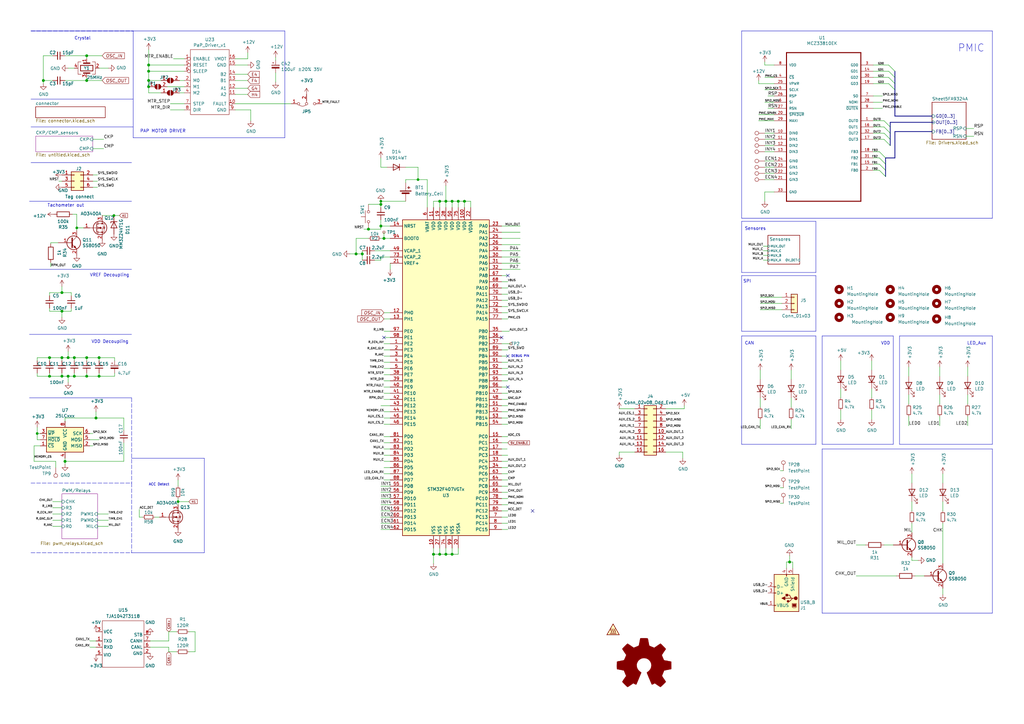
<source format=kicad_sch>
(kicad_sch (version 20230121) (generator eeschema)
  (paper "A3")
  (title_block (title "uEFI") (date "%%date%%") (rev "3.5") (company "Churrosoft") (comment 1 "MIT Licence"))
  (junction (at 177.8 227.33) (diameter 1.016))
  (junction (at 35.56 154.305) (diameter 1.016))
  (junction (at 25.4 146.685) (diameter 1.016))
  (junction (at 156.21 92.71) (diameter 1.016))
  (junction (at 35.56 22.86) (diameter 1.016))
  (junction (at 151.13 93.98) (diameter 1.016))
  (junction (at 60.96 29.21) (diameter 1.016))
  (junction (at 35.56 146.685) (diameter 1.016))
  (junction (at 146.05 104.14) (diameter 1.016))
  (junction (at 30.48 146.685) (diameter 1.016))
  (junction (at 323.85 230.505) (diameter 1.016))
  (junction (at 40.64 154.305) (diameter 1.016))
  (junction (at 73.025 205.74))
  (junction (at 185.42 82.55) (diameter 1.016))
  (junction (at 60.96 26.67) (diameter 1.016))
  (junction (at 25.4 154.305) (diameter 1.016))
  (junction (at 185.42 227.33) (diameter 1.016))
  (junction (at 27.94 154.305) (diameter 1.016))
  (junction (at 30.48 154.305) (diameter 1.016))
  (junction (at 182.88 82.55) (diameter 1.016))
  (junction (at 180.34 82.55) (diameter 1.016))
  (junction (at 157.48 97.79) (diameter 1.016))
  (junction (at 25.4 120.015) (diameter 1.016))
  (junction (at 190.5 82.55) (diameter 1.016))
  (junction (at 148.59 104.14) (diameter 1.016))
  (junction (at 26.67 189.23) (diameter 1.016))
  (junction (at 187.96 82.55) (diameter 1.016))
  (junction (at 40.64 146.685) (diameter 1.016))
  (junction (at 60.96 33.02) (diameter 1.016))
  (junction (at 27.94 146.685) (diameter 1.016))
  (junction (at 171.45 73.66))
  (junction (at 39.37 171.45) (diameter 1.016))
  (junction (at 35.56 33.02) (diameter 1.016))
  (junction (at 17.78 33.02) (diameter 1.016))
  (junction (at 20.32 146.685) (diameter 1.016))
  (junction (at 156.21 82.55))
  (junction (at 46.736 88.392) (diameter 0.9144))
  (junction (at 25.4 127.635) (diameter 1.016))
  (junction (at 31.496 93.472) (diameter 0.9144))
  (junction (at 182.88 227.33) (diameter 1.016))
  (junction (at 180.34 227.33) (diameter 1.016))
  (junction (at 60.96 35.56) (diameter 1.016))
  (junction (at 156.21 83.82) (diameter 1.016))
  (junction (at 15.24 177.8))
  (junction (at 20.32 154.305) (diameter 1.016))
  (no_connect (at 205.74 138.43))
  (no_connect (at 157.48 138.43))
  (no_connect (at 208.28 146.05))
  (no_connect (at 218.44 209.55))
  (no_connect (at 208.28 113.03))
  (no_connect (at 208.28 158.75))
  (bus_entry (at 360.68 67.31) (size 2.54 2.54) (stroke (width 0.1524)))
  (bus_entry (at 364.49 31.75) (size 2.54 2.54) (stroke (width 0.1524)))
  (bus_entry (at 360.68 69.85) (size 2.54 2.54) (stroke (width 0.1524)))
  (bus_entry (at 360.68 64.77) (size 2.54 2.54) (stroke (width 0.1524)))
  (bus_entry (at 362.585 52.07) (size 2.54 2.54) (stroke (width 0.1524)))
  (bus_entry (at 364.49 34.29) (size 2.54 2.54) (stroke (width 0.1524)))
  (bus_entry (at 362.585 49.53) (size 2.54 2.54) (stroke (width 0.1524)))
  (bus_entry (at 364.49 29.21) (size 2.54 2.54) (stroke (width 0.1524)))
  (bus_entry (at 362.585 54.61) (size 2.54 2.54) (stroke (width 0.1524)))
  (bus_entry (at 360.68 62.23) (size 2.54 2.54) (stroke (width 0.1524)))
  (bus_entry (at 362.585 57.15) (size 2.54 2.54) (stroke (width 0.1524)))
  (bus_entry (at 364.49 26.67) (size 2.54 2.54) (stroke (width 0.1524)))
  (wire (pts (xy 314.96 44.45) (xy 317.5 44.45)))
  (wire (pts (xy 156.21 209.55) (xy 160.02 209.55)))
  (wire (pts (xy 15.24 147.955) (xy 15.24 146.685)))
  (wire (pts (xy 96.52 33.02) (xy 101.6 33.02)))
  (wire (pts (xy 143.51 104.14) (xy 146.05 104.14)))
  (wire (pts (xy 358.14 49.53) (xy 362.585 49.53)))
  (wire (pts (xy 166.37 82.55) (xy 156.21 82.55)))
  (wire (pts (xy 35.56 154.305) (xy 30.48 154.305)))
  (wire (pts (xy 185.42 227.33) (xy 182.88 227.33)))
  (wire (pts (xy 358.14 26.67) (xy 364.49 26.67)))
  (wire (pts (xy 205.74 189.23) (xy 208.28 189.23)))
  (polyline (pts (xy 53.975 163.195) (xy 53.975 198.12)) (stroke (width 0) (type dash)))
  (wire (pts (xy 372.745 150.495) (xy 372.745 154.305)))
  (wire (pts (xy 20.32 146.685) (xy 25.4 146.685)))
  (wire (pts (xy 153.67 102.87) (xy 160.02 102.87)))
  (wire (pts (xy 96.52 45.085) (xy 102.87 45.085)))
  (wire (pts (xy 358.14 31.75) (xy 364.49 31.75)))
  (wire (pts (xy 60.96 35.56) (xy 60.96 33.02)))
  (wire (pts (xy 396.24 55.88) (xy 399.415 55.88)))
  (wire (pts (xy 205.74 110.49) (xy 213.36 110.49)))
  (wire (pts (xy 313.69 66.04) (xy 317.5 66.04)))
  (polyline (pts (xy 337.185 184.15) (xy 337.185 251.46)) (stroke (width 0.152) (type solid)))
  (wire (pts (xy 156.21 199.39) (xy 160.02 199.39)))
  (wire (pts (xy 153.67 106.68) (xy 156.21 106.68)))
  (wire (pts (xy 148.59 104.14) (xy 148.59 102.87)))
  (bus (pts (xy 365.125 50.165) (xy 365.125 52.07)))
  (wire (pts (xy 357.505 159.385) (xy 357.505 163.195)))
  (wire (pts (xy 157.48 148.59) (xy 160.02 148.59)))
  (wire (pts (xy 205.74 163.83) (xy 208.28 163.83)))
  (wire (pts (xy 17.78 22.86) (xy 17.78 33.02)))
  (wire (pts (xy 157.48 191.77) (xy 160.02 191.77)))
  (wire (pts (xy 156.21 97.79) (xy 157.48 97.79)))
  (wire (pts (xy 205.74 184.15) (xy 208.026 184.15)))
  (wire (pts (xy 40.005 71.755) (xy 38.1 71.755)))
  (wire (pts (xy 385.445 161.925) (xy 385.445 165.735)))
  (wire (pts (xy 160.02 138.43) (xy 157.48 138.43)))
  (wire (pts (xy 27.94 27.94) (xy 30.48 27.94)))
  (wire (pts (xy 185.42 227.33) (xy 187.96 227.33)))
  (wire (pts (xy 205.74 153.67) (xy 208.28 153.67)))
  (wire (pts (xy 151.13 93.98) (xy 156.21 93.98)))
  (wire (pts (xy 35.56 22.86) (xy 35.56 24.13)))
  (wire (pts (xy 20.32 147.955) (xy 20.32 146.685)))
  (wire (pts (xy 313.055 104.775) (xy 314.96 104.775)))
  (wire (pts (xy 38.1 60.96) (xy 42.545 60.96)))
  (wire (pts (xy 20.32 154.305) (xy 15.24 154.305)))
  (wire (pts (xy 61.595 262.89) (xy 69.215 262.89)))
  (wire (pts (xy 69.215 259.08) (xy 72.39 259.08)))
  (wire (pts (xy 69.215 262.89) (xy 69.215 259.08)))
  (wire (pts (xy 21.59 213.36) (xy 25.4 213.36)))
  (wire (pts (xy 358.14 39.37) (xy 361.95 39.37)))
  (wire (pts (xy 29.21 120.015) (xy 29.21 121.285)))
  (wire (pts (xy 313.055 106.68) (xy 314.96 106.68)))
  (wire (pts (xy 311.785 163.195) (xy 311.785 167.005)))
  (wire (pts (xy 205.74 143.51) (xy 208.28 143.51)))
  (wire (pts (xy 20.828 107.696) (xy 20.828 109.474)))
  (wire (pts (xy 311.15 46.99) (xy 317.5 46.99)))
  (wire (pts (xy 313.69 62.23) (xy 317.5 62.23)))
  (wire (pts (xy 273.05 185.42) (xy 280.035 185.42)))
  (wire (pts (xy 280.035 185.42) (xy 280.035 187.96)))
  (wire (pts (xy 313.69 78.74) (xy 317.5 78.74)))
  (polyline (pts (xy 54.61 52.07) (xy 12.7 52.07)) (stroke (width 0) (type solid)))
  (wire (pts (xy 358.14 34.29) (xy 364.49 34.29)))
  (bus (pts (xy 367.03 53.975) (xy 382.27 53.975)))
  (wire (pts (xy 313.055 100.965) (xy 314.96 100.965)))
  (bus (pts (xy 365.125 54.61) (xy 365.125 57.15)))
  (wire (pts (xy 26.67 189.23) (xy 26.67 190.5)))
  (wire (pts (xy 358.14 52.07) (xy 362.585 52.07)))
  (polyline (pts (xy 116.84 56.515) (xy 54.61 56.515)) (stroke (width 0.152) (type solid)))
  (wire (pts (xy 69.85 45.085) (xy 75.565 45.085)))
  (wire (pts (xy 25.4 147.955) (xy 25.4 146.685)))
  (polyline (pts (xy 53.975 110.49) (xy 12.065 110.49)) (stroke (width 0) (type solid)))
  (wire (pts (xy 205.74 209.55) (xy 208.28 209.55)))
  (wire (pts (xy 151.13 97.79) (xy 146.05 97.79)))
  (wire (pts (xy 205.74 181.61) (xy 208.28 181.61)))
  (wire (pts (xy 156.21 106.68) (xy 156.21 105.41)))
  (wire (pts (xy 60.96 33.02) (xy 60.96 29.21)))
  (wire (pts (xy 313.055 102.87) (xy 314.96 102.87)))
  (polyline (pts (xy 53.975 66.675) (xy 12.7 66.675)) (stroke (width 0) (type solid)))
  (wire (pts (xy 157.48 173.99) (xy 160.02 173.99)))
  (wire (pts (xy 374.015 214.63) (xy 374.015 218.44)))
  (polyline (pts (xy 366.395 182.245) (xy 366.395 137.795)) (stroke (width 0.152) (type solid)))
  (wire (pts (xy 26.67 171.45) (xy 39.37 171.45)))
  (wire (pts (xy 15.24 154.305) (xy 15.24 153.035)))
  (wire (pts (xy 96.52 30.48) (xy 101.6 30.48)))
  (wire (pts (xy 344.805 159.385) (xy 344.805 163.195)))
  (wire (pts (xy 205.74 135.89) (xy 208.915 135.89)))
  (polyline (pts (xy 337.185 184.15) (xy 407.035 184.15)) (stroke (width 0.152) (type solid)))
  (wire (pts (xy 20.32 127.635) (xy 20.32 126.365)))
  (bus (pts (xy 367.03 36.83) (xy 367.03 47.625)))
  (bus (pts (xy 365.125 52.07) (xy 365.125 54.61)))
  (wire (pts (xy 160.02 130.81) (xy 157.48 130.81)))
  (polyline (pts (xy 407.035 182.245) (xy 407.035 137.795)) (stroke (width 0.152) (type solid)))
  (wire (pts (xy 40.005 213.36) (xy 44.45 213.36)))
  (wire (pts (xy 324.485 151.765) (xy 324.485 155.575)))
  (wire (pts (xy 208.28 194.31) (xy 205.74 194.31)))
  (wire (pts (xy 374.015 229.87) (xy 376.555 229.87)))
  (wire (pts (xy 205.74 191.77) (xy 208.28 191.77)))
  (polyline (pts (xy 368.935 137.795) (xy 368.935 182.245)) (stroke (width 0.152) (type solid)))
  (wire (pts (xy 73.66 33.02) (xy 75.565 33.02)))
  (wire (pts (xy 314.96 39.37) (xy 317.5 39.37)))
  (polyline (pts (xy 12.7 12.7) (xy 54.61 12.7)) (stroke (width 0) (type solid)))
  (wire (pts (xy 71.12 24.13) (xy 75.565 24.13)))
  (wire (pts (xy 187.96 227.33) (xy 187.96 224.79)))
  (wire (pts (xy 21.59 205.74) (xy 25.4 205.74)))
  (wire (pts (xy 208.28 151.13) (xy 205.74 151.13)))
  (wire (pts (xy 96.52 36.195) (xy 101.6 36.195)))
  (wire (pts (xy 358.14 64.77) (xy 360.68 64.77)))
  (wire (pts (xy 320.04 206.375) (xy 321.31 206.375)))
  (wire (pts (xy 21.59 210.82) (xy 25.4 210.82)))
  (wire (pts (xy 157.48 158.75) (xy 160.02 158.75)))
  (wire (pts (xy 375.285 236.22) (xy 379.095 236.22)))
  (wire (pts (xy 27.94 156.845) (xy 27.94 154.305)))
  (wire (pts (xy 205.74 92.71) (xy 213.36 92.71)))
  (wire (pts (xy 15.24 146.685) (xy 20.32 146.685)))
  (wire (pts (xy 358.14 69.85) (xy 360.68 69.85)))
  (wire (pts (xy 386.715 205.74) (xy 386.715 209.55)))
  (wire (pts (xy 205.74 97.79) (xy 213.36 97.79)))
  (wire (pts (xy 69.85 42.545) (xy 75.565 42.545)))
  (wire (pts (xy 205.74 128.27) (xy 208.28 128.27)))
  (wire (pts (xy 57.15 212.09) (xy 58.42 212.09)))
  (wire (pts (xy 146.05 104.14) (xy 148.59 104.14)))
  (wire (pts (xy 27.94 154.305) (xy 25.4 154.305)))
  (wire (pts (xy 157.48 153.67) (xy 160.02 153.67)))
  (wire (pts (xy 396.875 170.815) (xy 396.875 174.625)))
  (polyline (pts (xy 334.645 137.795) (xy 334.645 182.245)) (stroke (width 0.152) (type solid)))
  (wire (pts (xy 322.58 233.045) (xy 322.58 230.505)))
  (polyline (pts (xy 304.165 111.76) (xy 334.645 111.76)) (stroke (width 0.152) (type solid)))
  (wire (pts (xy 38.1 57.15) (xy 42.545 57.15)))
  (polyline (pts (xy 304.165 135.89) (xy 304.165 113.03)) (stroke (width 0.152) (type solid)))
  (wire (pts (xy 313.69 71.12) (xy 317.5 71.12)))
  (wire (pts (xy 101.6 24.13) (xy 101.6 21.59)))
  (wire (pts (xy 323.85 230.505) (xy 323.85 227.965)))
  (bus (pts (xy 365.125 57.15) (xy 365.125 59.69)))
  (bus (pts (xy 363.22 67.31) (xy 363.22 69.85)))
  (wire (pts (xy 171.45 68.58) (xy 171.45 73.66)))
  (polyline (pts (xy 304.165 111.76) (xy 304.165 90.805)) (stroke (width 0.152) (type solid)))
  (wire (pts (xy 205.74 130.81) (xy 208.28 130.81)))
  (wire (pts (xy 156.21 68.58) (xy 158.75 68.58)))
  (polyline (pts (xy 407.035 12.7) (xy 407.035 89.535)) (stroke (width 0) (type solid)))
  (wire (pts (xy 160.02 189.23) (xy 157.48 189.23)))
  (wire (pts (xy 160.02 146.05) (xy 157.48 146.05)))
  (wire (pts (xy 205.74 113.03) (xy 208.28 113.03)))
  (wire (pts (xy 27.94 144.145) (xy 27.94 146.685)))
  (wire (pts (xy 40.005 215.9) (xy 44.45 215.9)))
  (polyline (pts (xy 407.035 184.15) (xy 407.035 251.46)) (stroke (width 0.152) (type solid)))
  (wire (pts (xy 205.74 179.07) (xy 208.28 179.07)))
  (wire (pts (xy 357.505 147.955) (xy 357.505 151.765)))
  (wire (pts (xy 182.88 82.55) (xy 182.88 85.09)))
  (wire (pts (xy 205.74 95.25) (xy 213.36 95.25)))
  (wire (pts (xy 15.24 180.34) (xy 15.24 177.8)))
  (wire (pts (xy 16.51 180.34) (xy 15.24 180.34)))
  (polyline (pts (xy 337.185 182.245) (xy 366.395 182.245)) (stroke (width 0.152) (type solid)))
  (wire (pts (xy 156.21 217.17) (xy 160.02 217.17)))
  (wire (pts (xy 31.496 93.472) (xy 31.496 94.488)))
  (wire (pts (xy 34.29 93.472) (xy 31.496 93.472)))
  (wire (pts (xy 26.67 172.72) (xy 26.67 171.45)))
  (wire (pts (xy 205.74 186.69) (xy 208.28 186.69)))
  (wire (pts (xy 156.21 82.55) (xy 156.21 83.82)))
  (wire (pts (xy 185.42 82.55) (xy 182.88 82.55)))
  (wire (pts (xy 25.4 130.175) (xy 25.4 127.635)))
  (wire (pts (xy 30.48 146.685) (xy 35.56 146.685)))
  (wire (pts (xy 20.32 121.285) (xy 20.32 120.015)))
  (wire (pts (xy 385.445 170.815) (xy 385.445 174.625)))
  (wire (pts (xy 73.025 205.74) (xy 77.47 205.74)))
  (wire (pts (xy 156.21 64.77) (xy 156.21 68.58)))
  (polyline (pts (xy 54.61 40.64) (xy 12.7 40.64)) (stroke (width 0) (type solid)))
  (wire (pts (xy 313.69 73.66) (xy 317.5 73.66)))
  (wire (pts (xy 30.48 153.035) (xy 30.48 154.305)))
  (wire (pts (xy 26.67 22.86) (xy 35.56 22.86)))
  (wire (pts (xy 313.69 54.61) (xy 317.5 54.61)))
  (wire (pts (xy 156.21 83.82) (xy 151.13 83.82)))
  (wire (pts (xy 40.64 154.305) (xy 35.56 154.305)))
  (wire (pts (xy 156.21 105.41) (xy 160.02 105.41)))
  (wire (pts (xy 358.14 44.45) (xy 361.95 44.45)))
  (wire (pts (xy 30.48 154.305) (xy 27.94 154.305)))
  (wire (pts (xy 160.02 179.07) (xy 157.48 179.07)))
  (wire (pts (xy 180.34 82.55) (xy 177.8 82.55)))
  (wire (pts (xy 313.69 68.58) (xy 317.5 68.58)))
  (wire (pts (xy 313.69 26.67) (xy 317.5 26.67)))
  (wire (pts (xy 148.59 104.14) (xy 148.59 106.68)))
  (wire (pts (xy 320.04 193.04) (xy 321.31 193.04)))
  (polyline (pts (xy 334.645 182.245) (xy 304.165 182.245)) (stroke (width 0.152) (type solid)))
  (wire (pts (xy 156.21 212.09) (xy 160.02 212.09)))
  (bus (pts (xy 382.27 47.625) (xy 367.03 47.625)))
  (wire (pts (xy 311.15 33.02) (xy 311.15 34.29)))
  (wire (pts (xy 182.88 76.2) (xy 182.88 82.55)))
  (wire (pts (xy 358.14 57.15) (xy 362.585 57.15)))
  (wire (pts (xy 386.715 214.63) (xy 386.715 231.14)))
  (wire (pts (xy 157.48 135.89) (xy 160.02 135.89)))
  (wire (pts (xy 208.28 148.59) (xy 205.74 148.59)))
  (wire (pts (xy 29.21 126.365) (xy 29.21 127.635)))
  (polyline (pts (xy 53.975 163.195) (xy 12.065 163.195)) (stroke (width 0) (type solid)))
  (wire (pts (xy 25.4 146.685) (xy 27.94 146.685)))
  (wire (pts (xy 73.66 38.1) (xy 75.565 38.1)))
  (wire (pts (xy 325.12 233.045) (xy 325.12 230.505)))
  (wire (pts (xy 61.595 265.43) (xy 69.215 265.43)))
  (wire (pts (xy 69.215 267.335) (xy 69.215 265.43)))
  (wire (pts (xy 72.39 267.335) (xy 69.215 267.335)))
  (wire (pts (xy 205.74 100.33) (xy 213.36 100.33)))
  (wire (pts (xy 41.91 33.02) (xy 35.56 33.02)))
  (wire (pts (xy 358.14 62.23) (xy 360.68 62.23)))
  (wire (pts (xy 157.48 181.61) (xy 160.02 181.61)))
  (wire (pts (xy 40.64 146.685) (xy 40.64 147.955)))
  (polyline (pts (xy 304.165 135.89) (xy 334.645 135.89)) (stroke (width 0.152) (type solid)))
  (bus (pts (xy 382.905 50.165) (xy 365.125 50.165)))
  (wire (pts (xy 209.55 140.97) (xy 205.74 140.97)))
  (wire (pts (xy 208.28 204.47) (xy 205.74 204.47)))
  (wire (pts (xy 30.48 147.955) (xy 30.48 146.685)))
  (wire (pts (xy 157.48 143.51) (xy 160.02 143.51)))
  (wire (pts (xy 46.99 153.035) (xy 46.99 154.305)))
  (wire (pts (xy 208.28 166.37) (xy 205.74 166.37)))
  (wire (pts (xy 60.96 20.32) (xy 60.96 26.67)))
  (wire (pts (xy 396.24 52.705) (xy 399.415 52.705)))
  (wire (pts (xy 157.48 163.83) (xy 160.02 163.83)))
  (wire (pts (xy 113.03 23.495) (xy 113.03 24.765)))
  (wire (pts (xy 60.96 26.67) (xy 75.565 26.67)))
  (wire (pts (xy 156.21 85.09) (xy 156.21 83.82)))
  (wire (pts (xy 68.58 35.56) (xy 75.565 35.56)))
  (wire (pts (xy 385.445 150.495) (xy 385.445 154.305)))
  (wire (pts (xy 313.69 36.83) (xy 317.5 36.83)))
  (wire (pts (xy 44.45 27.94) (xy 40.64 27.94)))
  (wire (pts (xy 73.025 204.47) (xy 73.025 205.74)))
  (wire (pts (xy 313.69 41.91) (xy 317.5 41.91)))
  (wire (pts (xy 60.96 29.21) (xy 75.565 29.21)))
  (wire (pts (xy 25.4 154.305) (xy 20.32 154.305)))
  (polyline (pts (xy 54.61 12.7) (xy 54.61 56.515)) (stroke (width 0.152) (type solid)))
  (wire (pts (xy 60.96 33.02) (xy 66.04 33.02)))
  (wire (pts (xy 320.04 200.025) (xy 321.31 200.025)))
  (polyline (pts (xy 337.185 251.46) (xy 407.035 251.46)) (stroke (width 0.152) (type solid)))
  (wire (pts (xy 15.24 175.26) (xy 15.24 177.8)))
  (wire (pts (xy 15.24 177.8) (xy 16.51 177.8)))
  (wire (pts (xy 13.97 182.88) (xy 16.51 182.88)))
  (wire (pts (xy 185.42 82.55) (xy 185.42 85.09)))
  (wire (pts (xy 205.74 107.95) (xy 213.36 107.95)))
  (wire (pts (xy 372.745 170.815) (xy 372.745 174.625)))
  (wire (pts (xy 46.99 154.305) (xy 40.64 154.305)))
  (wire (pts (xy 254 167.64) (xy 260.35 167.64)))
  (polyline (pts (xy 12.7 198.12) (xy 53.975 198.12)) (stroke (width 0) (type dash)))
  (wire (pts (xy 77.47 267.335) (xy 80.01 267.335)))
  (polyline (pts (xy 83.82 187.96) (xy 83.82 226.695)))
  (wire (pts (xy 180.34 224.79) (xy 180.34 227.33)))
  (wire (pts (xy 208.28 171.45) (xy 205.74 171.45)))
  (wire (pts (xy 313.69 25.4) (xy 313.69 26.67)))
  (wire (pts (xy 73.025 205.74) (xy 73.025 207.01)))
  (wire (pts (xy 157.48 140.97) (xy 160.02 140.97)))
  (wire (pts (xy 157.48 186.69) (xy 160.02 186.69)))
  (wire (pts (xy 358.14 67.31) (xy 360.68 67.31)))
  (wire (pts (xy 20.828 99.568) (xy 23.876 99.568)))
  (wire (pts (xy 20.828 100.076) (xy 20.828 99.568)))
  (wire (pts (xy 187.96 82.55) (xy 185.42 82.55)))
  (wire (pts (xy 208.28 115.57) (xy 205.74 115.57)))
  (polyline (pts (xy 83.82 226.695) (xy 53.975 226.695)))
  (wire (pts (xy 358.14 41.91) (xy 361.95 41.91)))
  (wire (pts (xy 50.8 171.45) (xy 50.8 176.53)))
  (wire (pts (xy 157.48 196.85) (xy 160.02 196.85)))
  (wire (pts (xy 313.69 59.69) (xy 317.5 59.69)))
  (polyline (pts (xy 304.165 137.795) (xy 304.165 182.245)) (stroke (width 0.152) (type solid)))
  (wire (pts (xy 156.21 207.01) (xy 160.02 207.01)))
  (wire (pts (xy 205.74 168.91) (xy 208.28 168.91)))
  (wire (pts (xy 313.69 31.75) (xy 317.5 31.75)))
  (wire (pts (xy 96.52 38.735) (xy 101.6 38.735)))
  (wire (pts (xy 73.025 196.85) (xy 73.025 199.39)))
  (wire (pts (xy 157.48 168.91) (xy 160.02 168.91)))
  (wire (pts (xy 60.96 38.1) (xy 60.96 35.56)))
  (wire (pts (xy 96.52 42.545) (xy 119.38 42.545)))
  (wire (pts (xy 180.34 227.33) (xy 177.8 227.33)))
  (polyline (pts (xy 304.165 12.7) (xy 407.035 12.7)) (stroke (width 0) (type solid)))
  (wire (pts (xy 190.5 85.09) (xy 190.5 82.55)))
  (wire (pts (xy 357.505 168.275) (xy 357.505 172.085)))
  (polyline (pts (xy 337.185 137.795) (xy 366.395 137.795)) (stroke (width 0.152) (type solid)))
  (wire (pts (xy 177.8 227.33) (xy 177.8 224.79)))
  (bus (pts (xy 363.22 69.85) (xy 363.22 72.39)))
  (wire (pts (xy 311.785 127) (xy 320.675 127)))
  (wire (pts (xy 177.8 82.55) (xy 177.8 85.09)))
  (wire (pts (xy 205.74 217.17) (xy 208.28 217.17)))
  (wire (pts (xy 40.005 76.835) (xy 38.1 76.835)))
  (wire (pts (xy 351.155 223.52) (xy 354.965 223.52)))
  (polyline (pts (xy 53.975 198.12) (xy 53.975 226.695)) (stroke (width 0) (type dash)))
  (wire (pts (xy 273.05 167.64) (xy 280.67 167.64)))
  (wire (pts (xy 280.67 167.64) (xy 280.67 166.37)))
  (wire (pts (xy 177.8 231.14) (xy 177.8 227.33)))
  (wire (pts (xy 156.21 166.37) (xy 160.02 166.37)))
  (wire (pts (xy 46.99 147.955) (xy 46.99 146.685)))
  (wire (pts (xy 156.21 214.63) (xy 160.02 214.63)))
  (wire (pts (xy 156.21 204.47) (xy 160.02 204.47)))
  (wire (pts (xy 208.28 161.29) (xy 205.74 161.29)))
  (wire (pts (xy 254 185.42) (xy 254 186.69)))
  (wire (pts (xy 260.35 185.42) (xy 254 185.42)))
  (polyline (pts (xy 54.61 12.7) (xy 116.84 12.7)) (stroke (width 0.152) (type solid)))
  (wire (pts (xy 182.88 224.79) (xy 182.88 227.33)))
  (wire (pts (xy 39.37 265.43) (xy 36.83 265.43)))
  (wire (pts (xy 180.34 82.55) (xy 180.34 85.09)))
  (wire (pts (xy 362.585 223.52) (xy 366.395 223.52)))
  (wire (pts (xy 374.015 228.6) (xy 374.015 229.87)))
  (wire (pts (xy 36.83 262.89) (xy 39.37 262.89)))
  (wire (pts (xy 190.5 82.55) (xy 193.04 82.55)))
  (wire (pts (xy 208.28 196.85) (xy 205.74 196.85)))
  (wire (pts (xy 50.8 181.61) (xy 50.8 189.23)))
  (polyline (pts (xy 337.185 137.795) (xy 337.185 182.245)) (stroke (width 0.152) (type solid)))
  (wire (pts (xy 157.48 95.25) (xy 157.48 97.79)))
  (wire (pts (xy 156.21 92.71) (xy 156.21 90.17)))
  (wire (pts (xy 396.875 150.495) (xy 396.875 154.305)))
  (wire (pts (xy 311.785 151.765) (xy 311.785 155.575)))
  (wire (pts (xy 13.97 182.88) (xy 13.97 189.23)))
  (wire (pts (xy 22.86 189.23) (xy 13.97 189.23)))
  (wire (pts (xy 22.86 191.77) (xy 22.86 189.23)))
  (wire (pts (xy 208.28 120.65) (xy 205.74 120.65)))
  (wire (pts (xy 205.74 105.41) (xy 213.36 105.41)))
  (wire (pts (xy 25.4 120.015) (xy 29.21 120.015)))
  (wire (pts (xy 40.64 153.035) (xy 40.64 154.305)))
  (wire (pts (xy 386.715 241.3) (xy 386.715 243.84)))
  (wire (pts (xy 205.74 123.19) (xy 208.28 123.19)))
  (wire (pts (xy 205.74 199.39) (xy 208.28 199.39)))
  (wire (pts (xy 205.74 214.63) (xy 208.28 214.63)))
  (wire (pts (xy 193.04 82.55) (xy 193.04 85.09)))
  (wire (pts (xy 36.83 177.8) (xy 38.1 177.8)))
  (wire (pts (xy 35.56 33.02) (xy 35.56 31.75)))
  (wire (pts (xy 102.87 45.085) (xy 102.87 49.53)))
  (bus (pts (xy 367.03 34.29) (xy 367.03 36.83)))
  (wire (pts (xy 374.015 205.74) (xy 374.015 209.55)))
  (wire (pts (xy 324.485 172.085) (xy 324.485 175.895)))
  (wire (pts (xy 313.69 82.55) (xy 313.69 78.74)))
  (wire (pts (xy 27.94 146.685) (xy 30.48 146.685)))
  (polyline (pts (xy 53.975 82.55) (xy 12.065 82.55)) (stroke (width 0) (type solid)))
  (wire (pts (xy 21.59 215.9) (xy 25.4 215.9)))
  (wire (pts (xy 205.74 173.99) (xy 208.28 173.99)))
  (wire (pts (xy 25.4 117.475) (xy 25.4 120.015)))
  (wire (pts (xy 205.74 118.11) (xy 208.28 118.11)))
  (wire (pts (xy 324.485 163.195) (xy 324.485 167.005)))
  (wire (pts (xy 29.718 87.884) (xy 31.496 87.884)))
  (wire (pts (xy 31.496 87.884) (xy 31.496 93.472)))
  (wire (pts (xy 311.785 124.46) (xy 320.675 124.46)))
  (polyline (pts (xy 12.7 226.695) (xy 53.975 226.695)) (stroke (width 0) (type dash)))
  (wire (pts (xy 208.28 156.21) (xy 205.74 156.21)))
  (wire (pts (xy 205.74 207.01) (xy 208.28 207.01)))
  (wire (pts (xy 325.12 230.505) (xy 323.85 230.505)))
  (wire (pts (xy 20.32 120.015) (xy 25.4 120.015)))
  (wire (pts (xy 157.48 151.13) (xy 160.02 151.13)))
  (wire (pts (xy 40.005 74.295) (xy 38.1 74.295)))
  (wire (pts (xy 36.83 182.88) (xy 38.1 182.88)))
  (wire (pts (xy 35.56 146.685) (xy 40.64 146.685)))
  (polyline (pts (xy 368.935 137.795) (xy 407.035 137.795)) (stroke (width 0.152) (type solid)))
  (wire (pts (xy 26.67 33.02) (xy 35.56 33.02)))
  (wire (pts (xy 160.02 184.15) (xy 157.48 184.15)))
  (wire (pts (xy 17.78 33.02) (xy 21.59 33.02)))
  (wire (pts (xy 80.01 259.08) (xy 77.47 259.08)))
  (wire (pts (xy 80.01 259.08) (xy 80.01 267.335)))
  (wire (pts (xy 25.4 153.035) (xy 25.4 154.305)))
  (polyline (pts (xy 116.84 12.7) (xy 116.84 56.515)) (stroke (width 0.152) (type solid)))
  (wire (pts (xy 96.52 26.67) (xy 101.6 26.67)))
  (wire (pts (xy 171.45 73.66) (xy 175.26 73.66)))
  (wire (pts (xy 20.32 153.035) (xy 20.32 154.305)))
  (wire (pts (xy 372.745 161.925) (xy 372.745 165.735)))
  (wire (pts (xy 311.15 49.53) (xy 317.5 49.53)))
  (wire (pts (xy 344.805 147.955) (xy 344.805 151.765)))
  (bus (pts (xy 367.03 29.21) (xy 367.03 31.75)))
  (wire (pts (xy 146.05 97.79) (xy 146.05 104.14)))
  (wire (pts (xy 160.02 194.31) (xy 157.48 194.31)))
  (wire (pts (xy 160.02 156.21) (xy 157.48 156.21)))
  (wire (pts (xy 358.14 29.21) (xy 364.49 29.21)))
  (wire (pts (xy 205.74 146.05) (xy 208.28 146.05)))
  (wire (pts (xy 190.5 82.55) (xy 187.96 82.55)))
  (wire (pts (xy 35.56 153.035) (xy 35.56 154.305)))
  (wire (pts (xy 113.03 29.845) (xy 113.03 33.655)))
  (wire (pts (xy 185.42 224.79) (xy 185.42 227.33)))
  (polyline (pts (xy 334.645 111.76) (xy 334.645 90.805)) (stroke (width 0.152) (type solid)))
  (wire (pts (xy 205.74 158.75) (xy 208.28 158.75)))
  (polyline (pts (xy 304.165 137.795) (xy 334.645 137.795)) (stroke (width 0.152) (type solid)))
  (wire (pts (xy 26.67 187.96) (xy 26.67 189.23)))
  (wire (pts (xy 313.69 57.15) (xy 317.5 57.15)))
  (bus (pts (xy 367.03 31.75) (xy 367.03 34.29)))
  (polyline (pts (xy 304.165 113.03) (xy 334.645 113.03)) (stroke (width 0.152) (type solid)))
  (wire (pts (xy 66.04 38.1) (xy 60.96 38.1)))
  (polyline (pts (xy 12.7 12.7) (xy 54.61 12.7)) (stroke (width 0) (type dash)))
  (wire (pts (xy 39.37 171.45) (xy 50.8 171.45)))
  (wire (pts (xy 40.005 210.82) (xy 44.45 210.82)))
  (bus (pts (xy 363.22 64.77) (xy 363.22 67.31)))
  (bus (pts (xy 367.03 53.975) (xy 367.03 64.77)))
  (bus (pts (xy 367.03 64.77) (xy 363.22 64.77)))
  (wire (pts (xy 50.8 189.23) (xy 26.67 189.23)))
  (wire (pts (xy 41.91 88.392) (xy 46.736 88.392)))
  (wire (pts (xy 46.736 88.392) (xy 49.022 88.392)))
  (wire (pts (xy 166.37 73.66) (xy 171.45 73.66)))
  (polyline (pts (xy 368.935 182.245) (xy 407.035 182.245)) (stroke (width 0.152) (type solid)))
  (wire (pts (xy 351.155 236.22) (xy 367.665 236.22)))
  (polyline (pts (xy 334.645 135.89) (xy 334.645 113.03)) (stroke (width 0.152) (type solid)))
  (polyline (pts (xy 407.035 89.535) (xy 304.165 89.535)) (stroke (width 0) (type solid)))
  (wire (pts (xy 151.13 93.98) (xy 149.225 93.98)))
  (wire (pts (xy 208.28 125.73) (xy 205.74 125.73)))
  (wire (pts (xy 156.21 93.98) (xy 156.21 92.71)))
  (wire (pts (xy 39.37 168.91) (xy 39.37 171.45)))
  (wire (pts (xy 63.5 212.09) (xy 65.405 212.09)))
  (polyline (pts (xy 304.165 89.535) (xy 304.165 12.7)) (stroke (width 0) (type solid)))
  (wire (pts (xy 311.15 34.29) (xy 317.5 34.29)))
  (wire (pts (xy 205.74 212.09) (xy 208.28 212.09)))
  (wire (pts (xy 41.91 22.86) (xy 35.56 22.86)))
  (wire (pts (xy 396.875 161.925) (xy 396.875 165.735)))
  (wire (pts (xy 166.37 68.58) (xy 171.45 68.58)))
  (wire (pts (xy 25.4 127.635) (xy 20.32 127.635)))
  (wire (pts (xy 36.83 180.34) (xy 40.64 180.34)))
  (wire (pts (xy 182.88 227.33) (xy 180.34 227.33)))
  (wire (pts (xy 208.28 201.93) (xy 205.74 201.93)))
  (wire (pts (xy 187.96 82.55) (xy 187.96 85.09)))
  (wire (pts (xy 17.78 34.29) (xy 17.78 33.02)))
  (wire (pts (xy 182.88 82.55) (xy 180.34 82.55)))
  (wire (pts (xy 21.59 208.28) (xy 25.4 208.28)))
  (wire (pts (xy 24.13 74.295) (xy 25.4 74.295)))
  (wire (pts (xy 358.14 54.61) (xy 362.585 54.61)))
  (wire (pts (xy 46.99 146.685) (xy 40.64 146.685)))
  (wire (pts (xy 57.15 208.915) (xy 57.15 212.09)))
  (wire (pts (xy 60.96 29.21) (xy 60.96 26.67)))
  (wire (pts (xy 156.21 201.93) (xy 160.02 201.93)))
  (wire (pts (xy 311.785 121.92) (xy 320.675 121.92)))
  (wire (pts (xy 160.02 161.29) (xy 157.48 161.29)))
  (wire (pts (xy 157.48 128.27) (xy 160.02 128.27)))
  (polyline (pts (xy 53.975 137.16) (xy 12.065 137.16)) (stroke (width 0) (type solid)))
  (wire (pts (xy 374.015 194.31) (xy 374.015 198.12)))
  (wire (pts (xy 160.02 171.45) (xy 157.48 171.45)))
  (wire (pts (xy 175.26 73.66) (xy 175.26 85.09)))
  (wire (pts (xy 21.59 22.86) (xy 17.78 22.86)))
  (wire (pts (xy 322.58 230.505) (xy 323.85 230.505)))
  (wire (pts (xy 29.21 127.635) (xy 25.4 127.635)))
  (polyline (pts (xy 304.165 90.805) (xy 334.645 90.805)) (stroke (width 0.152) (type solid)))
  (wire (pts (xy 157.48 97.79) (xy 160.02 97.79)))
  (wire (pts (xy 160.02 110.49) (xy 160.02 107.95)))
  (wire (pts (xy 35.56 147.955) (xy 35.56 146.685)))
  (wire (pts (xy 160.02 92.71) (xy 156.21 92.71)))
  (wire (pts (xy 311.785 172.085) (xy 311.785 175.895)))
  (wire (pts (xy 96.52 24.13) (xy 101.6 24.13)))
  (wire (pts (xy 166.37 73.66) (xy 166.37 74.93)))
  (wire (pts (xy 205.74 102.87) (xy 213.36 102.87)))
  (polyline (pts (xy 53.975 187.96) (xy 83.82 187.96)))
  (wire (pts (xy 344.805 168.275) (xy 344.805 172.085)))
  (wire (pts (xy 386.715 194.31) (xy 386.715 198.12)))
  (text "Sensores" (at 305.435 94.615 0) (effects (font (size 1.27 1.27)) (justify left bottom)))
  (text "DEBUG PIN" (at 217.17 146.685 0) (effects (font (size 0.889 0.889)) (justify right bottom)))
  (text "CAN" (at 305.435 141.605 0) (effects (font (size 1.27 1.27)) (justify left bottom)))
  (text "ACC Detect" (at 60.96 199.39 0) (effects (font (size 1 1)) (justify left bottom)))
  (text "Crystal" (at 30.48 16.51 0) (effects (font (size 1.27 1.27)) (justify left bottom)))
  (text "VDD" (at 365.125 141.605 0) (effects (font (size 1.27 1.27)) (justify right bottom)))
  (text "VREF Decoupling" (at 36.83 113.665 0) (effects (font (size 1.27 1.27)) (justify left bottom)))
  (text "PMIC\n" (at 403.86 21.59 0) (effects (font (size 3 3)) (justify right bottom)))
  (text "VDD Decoupling" (at 37.465 140.97 0) (effects (font (size 1.27 1.27)) (justify left bottom)))
  (text "LED_Aux" (at 404.495 141.605 0) (effects (font (size 1.27 1.27)) (justify right bottom)))
  (text "SPI" (at 304.8 116.205 0) (effects (font (size 1.27 1.27)) (justify left bottom)))
  (text "PAP MOTOR DRIVER" (at 76.2 54.61 0) (effects (font (size 1.27 1.27)) (justify right bottom)))
  (text "Tachometer out" (at 19.431 85.09 0) (effects (font (size 1.27 1.27)) (justify left bottom)))
  (label "LED1" (at 208.28 214.63 0) (effects (font (size 0.889 0.889))))
  (label "AUX_CS_1" (at 260.35 170.18 180) (effects (font (size 0.889 0.889))))
  (label "ECN3" (at 313.69 71.12 0))
  (label "RSP" (at 399.415 52.705 0))
  (label "ECN4" (at 156.21 217.17 0))
  (label "SPI2_MOSI" (at 40.64 180.34 0) (effects (font (size 0.7874 0.7874))))
  (label "FB2" (at 360.045 64.77 180) (effects (font (size 0.8 0.8))))
  (label "INY1" (at 313.69 54.61 0))
  (label "R_AAC" (at 157.48 146.05 180) (effects (font (size 0.8 0.8))))
  (label "AUX_CS_2" (at 157.48 173.99 180) (effects (font (size 0.889 0.889))))
  (label "R_LMB" (at 21.59 208.28 180) (effects (font (size 0.889 0.889))))
  (label "LED1" (at 385.445 174.625 180))
  (label "PMIC_CS" (at 208.28 130.81 0) (effects (font (size 0.7874 0.7874))))
  (label "CAN1_TX" (at 157.48 181.61 180) (effects (font (size 0.889 0.889))))
  (label "MTR_STEP" (at 157.48 153.67 180) (effects (font (size 0.889 0.889))))
  (label "CAN1_RX" (at 36.83 265.43 180) (effects (font (size 0.889 0.889))))
  (label "USB_D+" (at 208.28 123.19 0) (effects (font (size 0.9906 0.9906))))
  (label "CKP" (at 208.28 194.31 0) (effects (font (size 0.889 0.889))))
  (label "INY4" (at 313.69 62.23 0))
  (label "MUX_C" (at 157.48 189.23 180) (effects (font (size 0.889 0.889))))
  (label "PMIC_MAXI" (at 311.15 49.53 0) (effects (font (size 0.7874 0.7874))))
  (label "RSP" (at 314.96 39.37 0))
  (label "CHK" (at 386.715 218.44 180))
  (label "SPI2_SCK" (at 311.785 121.92 0) (effects (font (size 0.7874 0.7874))))
  (label "LED2" (at 208.28 217.17 0) (effects (font (size 0.889 0.889))))
  (label "PMIC_ENABLE" (at 208.28 166.37 0) (effects (font (size 0.7874 0.7874))))
  (label "MUX_OUT" (at 213.36 92.71 180) (effects (font (size 0.889 0.889))))
  (label "MUX_B" (at 313.055 104.775 180) (effects (font (size 0.889 0.889))))
  (label "SPI2_MOSI" (at 320.04 200.025 180) (effects (font (size 0.7874 0.7874))))
  (label "CKP" (at 42.545 57.15 0))
  (label "SPI2_MISO" (at 38.1 182.88 0) (effects (font (size 0.7874 0.7874))))
  (label "AUX_IN_4" (at 260.35 182.88 180) (effects (font (size 0.889 0.889))))
  (label "RPM_OUT" (at 20.828 109.474 0) (effects (font (size 0.889 0.889))))
  (label "LED2" (at 396.875 174.625 180))
  (label "LED_CAN_TX" (at 157.48 196.85 180) (effects (font (size 0.889 0.889))))
  (label "PMIC_ENABLE" (at 361.95 44.45 0) (effects (font (size 0.7874 0.7874))))
  (label "AUX_CS_2" (at 260.35 172.72 180) (effects (font (size 0.889 0.889))))
  (label "MTR_STEP" (at 69.85 42.545 180))
  (label "MIL_OUT" (at 44.45 215.9 0) (effects (font (size 0.8 0.8))))
  (label "SPI2_MISO" (at 273.05 172.72 0) (effects (font (size 0.7874 0.7874))))
  (label "MEMORY_CS" (at 157.48 168.91 180) (effects (font (size 0.8 0.8))))
  (label "PA6" (at 212.725 107.95 180))
  (label "R_AAC" (at 21.59 215.9 180) (effects (font (size 0.8 0.8))))
  (label "AUX_OUT_1" (at 208.28 189.23 0) (effects (font (size 0.889 0.889))))
  (label "LED_CAN_RX" (at 157.48 194.31 180) (effects (font (size 0.889 0.889))))
  (label "FB0" (at 360.045 69.85 180) (effects (font (size 0.8 0.8))))
  (label "SYS_SWDIO" (at 208.28 125.73 0) (effects (font (size 0.9906 0.9906))))
  (label "TIM9_CH1" (at 44.45 213.36 0) (effects (font (size 0.8 0.8))))
  (label "INY3" (at 156.21 204.47 0))
  (label "PA4" (at 212.725 102.87 180))
  (label "VBUS" (at 208.28 115.57 0) (effects (font (size 0.8 0.8))))
  (label "GD3" (at 362.585 34.29 180) (effects (font (size 0.8 0.8))))
  (label "SPI2_SCK" (at 313.69 36.83 0) (effects (font (size 0.7874 0.7874))))
  (label "CMP" (at 42.545 60.96 0))
  (label "NRST" (at 149.225 93.98 180) (effects (font (size 0.9906 0.9906))))
  (label "AUX_IN_2" (at 208.28 151.13 0) (effects (font (size 0.889 0.889))))
  (label "FB1" (at 360.045 67.31 180) (effects (font (size 0.8 0.8))))
  (label "MUX_A" (at 157.48 184.15 180) (effects (font (size 0.889 0.889))))
  (label "AUX_IN_3" (at 260.35 180.34 180) (effects (font (size 0.889 0.889))))
  (label "MTR_FAULT" (at 132.08 42.545 0) (effects (font (size 0.889 0.889))))
  (label "SPI2_MOSI" (at 208.28 173.99 0) (effects (font (size 0.7874 0.7874))))
  (label "ECN1" (at 313.69 66.04 0))
  (label "ECN3" (at 156.21 214.63 0))
  (label "CMP" (at 208.28 196.85 0) (effects (font (size 0.889 0.889))))
  (label "MUX_OUT" (at 313.055 100.965 180) (effects (font (size 0.889 0.889))))
  (label "SPI2_SCK" (at 38.1 177.8 0) (effects (font (size 0.7874 0.7874))))
  (label "TIM9_CH2" (at 157.48 151.13 180) (effects (font (size 0.8 0.8))))
  (label "LED0" (at 208.28 212.09 0) (effects (font (size 0.889 0.889))))
  (label "SPI2_MOSI" (at 313.69 41.91 0) (effects (font (size 0.7874 0.7874))))
  (label "FB3" (at 360.045 62.23 180) (effects (font (size 0.8 0.8))))
  (label "LED0" (at 372.745 174.625 0))
  (label "MTR_DIR" (at 157.48 156.21 180) (effects (font (size 0.889 0.889))))
  (label "TIM9_CH1" (at 157.48 148.59 180) (effects (font (size 0.8 0.8))))
  (label "SPI2_SCK" (at 320.04 193.04 180) (effects (font (size 0.7874 0.7874))))
  (label "AUX_OUT_3" (at 273.05 182.88 0) (effects (font (size 0.889 0.889))))
  (label "ACC_DET" (at 208.28 209.55 0) (effects (font (size 0.889 0.889))))
  (label "VBUS" (at 314.96 248.285 180) (effects (font (size 0.8 0.8))))
  (label "AUX_IN_1" (at 208.28 148.59 0) (effects (font (size 0.889 0.889))))
  (label "CHK_OUT" (at 351.155 236.22 180))
  (label "ECN1" (at 156.21 209.55 0))
  (label "R_ECN_INY" (at 21.59 210.82 180) (effects (font (size 0.8 0.8))))
  (label "SPI2_SCK" (at 208.28 161.29 0) (effects (font (size 0.7874 0.7874))))
  (label "MUX_A" (at 313.055 106.68 180) (effects (font (size 0.889 0.889))))
  (label "LED_CAN_RX" (at 324.485 175.895 180) (effects (font (size 0.889 0.889))))
  (label "CHK_OUT" (at 21.59 205.74 180) (effects (font (size 0.8 0.8))))
  (label "R_LMB" (at 157.48 135.89 180) (effects (font (size 0.889 0.889))))
  (label "MIL_OUT" (at 351.155 223.52 180))
  (label "SPI2_MISO" (at 361.95 39.37 0) (effects (font (size 0.7874 0.7874))))
  (label "USB_D-" (at 208.28 120.65 0) (effects (font (size 0.9906 0.9906))))
  (label "RPM_OUT" (at 157.48 163.83 180) (effects (font (size 0.889 0.889))))
  (label "PMIC_SPARK" (at 208.28 168.91 0) (effects (font (size 0.7874 0.7874))))
  (label "PA7" (at 212.725 110.49 180))
  (label "MUX_B" (at 157.48 186.69 180) (effects (font (size 0.889 0.889))))
  (label "SPI2_MISO" (at 208.28 171.45 0) (effects (font (size 0.7874 0.7874))))
  (label "PA5" (at 212.725 105.41 180))
  (label "PMIC_NOMI" (at 208.28 204.47 0) (effects (font (size 0.7874 0.7874))))
  (label "MIL" (at 374.015 218.44 180))
  (label "MTR_DIR" (at 69.85 45.085 180))
  (label "RSN" (at 399.415 55.88 0))
  (label "AUX_OUT_2" (at 208.28 191.77 0) (effects (font (size 0.889 0.889))))
  (label "NRST" (at 24.13 74.295 180) (effects (font (size 0.9906 0.9906))))
  (label "AUX_IN_4" (at 208.28 156.21 0) (effects (font (size 0.889 0.889))))
  (label "SPI2_SCK" (at 273.05 170.18 0) (effects (font (size 0.7874 0.7874))))
  (label "GD0" (at 362.585 26.67 180) (effects (font (size 0.8 0.8))))
  (label "AUX_OUT_3" (at 208.915 135.89 0) (effects (font (size 0.889 0.889))))
  (label "SPI2_MOSI" (at 273.05 175.26 0) (effects (font (size 0.7874 0.7874))))
  (label "GD1" (at 362.585 29.21 180) (effects (font (size 0.8 0.8))))
  (label "INY4" (at 156.21 207.01 0))
  (label "GNC_GLP" (at 208.28 163.83 0) (effects (font (size 0.7874 0.7874))))
  (label "ADC_CS" (at 208.28 179.07 0) (effects (font (size 0.889 0.889))))
  (label "SYS_SWDIO" (at 40.005 71.755 0) (effects (font (size 0.9906 0.9906))))
  (label "OUT1" (at 361.315 52.07 180) (effects (font (size 0.8 0.8))))
  (label "AUX_IN_3" (at 208.28 153.67 0) (effects (font (size 0.889 0.889))))
  (label "INY3" (at 313.69 59.69 0))
  (label "AUX_CS_1" (at 157.48 171.45 180) (effects (font (size 0.889 0.889))))
  (label "PMIC_SPARK" (at 311.15 46.99 0) (effects (font (size 0.7874 0.7874))))
  (label "TIM9_CH2" (at 44.45 210.82 0) (effects (font (size 0.8 0.8))))
  (label "USB_D+" (at 314.96 243.205 180) (effects (font (size 0.9906 0.9906))))
  (label "AUX_IN_1" (at 260.35 175.26 180) (effects (font (size 0.889 0.889))))
  (label "SYS_SWO" (at 40.005 76.835 0) (effects (font (size 0.9906 0.9906))))
  (label "INY1" (at 156.21 199.39 0))
  (label "R_GNC_GLP" (at 157.48 143.51 180) (effects (font (size 0.8 0.8))))
  (label "MEMORY_CS" (at 13.97 187.96 0) (effects (font (size 0.8 0.8))))
  (label "INY2" (at 156.21 201.93 0))
  (label "AUX_OUT_4" (at 208.28 118.11 0) (effects (font (size 0.889 0.889))))
  (label "INY2" (at 313.69 57.15 0))
  (label "PMIC_NOMI" (at 361.95 41.91 0) (effects (font (size 0.7874 0.7874))))
  (label "SPI2_MOSI" (at 311.785 124.46 0) (effects (font (size 0.7874 0.7874))))
  (label "ECN2" (at 313.69 68.58 0))
  (label "SPI2_MISO" (at 311.785 127 0) (effects (font (size 0.7874 0.7874))))
  (label "MTR_ENABLE" (at 157.48 161.29 180) (effects (font (size 0.889 0.889))))
  (label "SPI2_MISO" (at 320.04 206.375 180) (effects (font (size 0.7874 0.7874))))
  (label "CAN1_TX" (at 36.83 262.89 180) (effects (font (size 0.889 0.889))))
  (label "R_ECN_INY" (at 157.48 140.97 180) (effects (font (size 0.8 0.8))))
  (label "CAN1_RX" (at 157.48 179.07 180) (effects (font (size 0.889 0.889))))
  (label "AUX_OUT_2" (at 273.05 180.34 0) (effects (font (size 0.889 0.889))))
  (label "MUX_C" (at 313.055 102.87 180) (effects (font (size 0.889 0.889))))
  (label "GD2" (at 362.585 31.75 180) (effects (font (size 0.8 0.8))))
  (label "MTR_ENABLE" (at 71.12 24.13 180))
  (label "LED_CAN_TX" (at 311.785 175.895 180) (effects (font (size 0.889 0.889))))
  (label "OUT2" (at 361.315 54.61 180) (effects (font (size 0.8 0.8))))
  (label "ECN4" (at 313.69 73.66 0))
  (label "PMIC_MAXI" (at 208.28 207.01 0) (effects (font (size 0.7874 0.7874))))
  (label "PMIC_CS" (at 313.69 31.75 0) (effects (font (size 0.7874 0.7874))))
  (label "ECN2" (at 156.21 212.09 0))
  (label "USB_D-" (at 314.96 240.665 180) (effects (font (size 0.9906 0.9906))))
  (label "MIL_OUT" (at 208.28 199.39 0) (effects (font (size 0.889 0.889))))
  (label "AUX_IN_2" (at 260.35 177.8 180) (effects (font (size 0.889 0.889))))
  (label "OUT3" (at 361.315 57.15 180) (effects (font (size 0.8 0.8))))
  (label "OUT0" (at 361.315 49.53 180) (effects (font (size 0.8 0.8))))
  (label "SYS_SWCLK" (at 208.28 128.27 0) (effects (font (size 0.9906 0.9906))))
  (label "R_GNC_GLP" (at 21.59 213.36 180) (effects (font (size 0.8 0.8))))
  (label "MTR_FAULT" (at 157.48 158.75 180) (effects (font (size 0.889 0.889))))
  (label "CHK_OUT" (at 208.28 201.93 0) (effects (font (size 0.889 0.889))))
  (label "ACC_DET" (at 57.15 208.915 0) (effects (font (size 0.889 0.889))))
  (label "SYS_SWCLK" (at 40.005 74.295 0) (effects (font (size 0.9906 0.9906))))
  (label "RSN" (at 314.96 44.45 0))
  (label "AUX_OUT_1" (at 273.05 177.8 0) (effects (font (size 0.889 0.889))))
  (label "SYS_SWO" (at 208.28 143.51 0) (effects (font (size 0.9906 0.9906))))
  (global_label "5V_ENABLE" (shape input) (at 208.28 181.61 0) (effects (font (size 0.889 0.889))) (property "Intersheetrefs" "${INTERSHEET_REFS}" (effects hide)))
  (global_label "H4" (shape input) (at 101.6 38.735 0) (property "Intersheetrefs" "${INTERSHEET_REFS}" (effects hide)))
  (global_label "OSC_OUT" (shape input) (at 157.48 130.81 180) (effects (font italic)) (property "Intersheetrefs" "${INTERSHEET_REFS}" (effects hide)))
  (global_label "OSC_OUT" (shape input) (at 41.91 33.02 0) (effects (font italic)) (property "Intersheetrefs" "${INTERSHEET_REFS}" (effects hide)))
  (global_label "OSC_IN" (shape input) (at 41.91 22.86 0) (effects (font italic)) (property "Intersheetrefs" "${INTERSHEET_REFS}" (effects hide)))
  (global_label "F4" (shape input) (at 101.6 33.02 0) (property "Intersheetrefs" "${INTERSHEET_REFS}" (effects hide)))
  (global_label "G4" (shape input) (at 101.6 36.195 0) (property "Intersheetrefs" "${INTERSHEET_REFS}" (effects hide)))
  (global_label "CAN+" (shape input) (at 69.215 259.08 90) (effects (font (size 0.889 0.889))) (property "Intersheetrefs" "${INTERSHEET_REFS}" (effects hide)))
  (global_label "H1" (shape input) (at 77.47 205.74 0) (effects (font (size 0.889 0.889))) (property "Intersheetrefs" "${INTERSHEET_REFS}" (effects hide)))
  (global_label "CAN-" (shape input) (at 69.215 267.335 270) (effects (font (size 0.889 0.889))) (property "Intersheetrefs" "${INTERSHEET_REFS}" (effects hide)))
  (global_label "OSC_IN" (shape input) (at 157.48 128.27 180) (effects (font italic)) (property "Intersheetrefs" "${INTERSHEET_REFS}" (effects hide)))
  (global_label "A1" (shape input) (at 49.022 88.392 0) (effects (font (size 0.889 0.889))) (property "Intersheetrefs" "${INTERSHEET_REFS}" (effects hide)))
  (global_label "E4" (shape input) (at 101.6 30.48 0) (property "Intersheetrefs" "${INTERSHEET_REFS}" (effects hide)))
  (symbol (lib_id "OpenEFI-STM32-rev3:MCZ33810EK") (at 338.455 46.355 0) (unit 1)
    (property "Reference" "U1" (at 337.185 15.4686 0))
    (property "Value" "MCZ33810EK" (at 337.185 17.78 0))
    (property "Footprint" "SOP65P1030X245-33N" (effects hide))
    (property "Datasheet" "-" (effects hide))
    (property "Field4" "FREESCALE SEMICONDUCTOR" (effects hide))
    (property "Field5" "45P4988" (effects hide))
    (property "Field6" "SOP-32" (effects hide))
    (property "Field7" "MCZ33810EK" (effects hide))
  )
  (symbol (lib_id "power:GND") (at 313.69 82.55 0) (unit 1)
    (property "Reference" "#PWR0101" (effects hide))
    (property "Value" "GND" (at 313.817 86.9442 0))
  )
  (symbol (lib_id "Device:Crystal_GND24") (at 35.56 27.94 270) (unit 1)
    (property "Reference" "Y1" (at 34.29 27.94 90) (effects (justify left)))
    (property "Value" "25MHz" (at 35.56 31.75 90) (effects (justify left)))
    (property "Footprint" "Crystal:Crystal_SMD_3225-4Pin_3.2x2.5mm" (effects hide))
  )
  (symbol (lib_id "power:GND") (at 44.45 27.94 90) (unit 1)
    (property "Reference" "#PWR0105" (effects hide))
    (property "Value" "GND" (at 47.7012 27.813 90) (effects (justify right)))
  )
  (symbol (lib_id "power:GND") (at 27.94 27.94 270) (unit 1)
    (property "Reference" "#PWR0106" (effects hide))
    (property "Value" "GND" (at 24.6888 28.067 90) (effects (justify right)))
  )
  (symbol (lib_id "power:GND") (at 17.78 34.29 0) (unit 1)
    (property "Reference" "#PWR0107" (effects hide))
    (property "Value" "GND" (at 17.907 38.6842 0))
  )
  (symbol (lib_id "Device:C_Small") (at 24.13 33.02 270) (unit 1)
    (property "Reference" "C3" (at 21.59 34.29 90))
    (property "Value" "15pF" (at 27.94 34.29 90))
    (property "Footprint" "Capacitor_SMD:C_0805_2012Metric" (effects hide))
    (property "LCSC" "C1794" (effects hide))
  )
  (symbol (lib_id "Device:C_Small") (at 24.13 22.86 270) (unit 1)
    (property "Reference" "C2" (at 21.59 21.59 90))
    (property "Value" "15pF" (at 27.94 21.59 90))
    (property "Footprint" "Capacitor_SMD:C_0805_2012Metric" (effects hide))
    (property "LCSC" "C1794" (effects hide))
  )
  (symbol (lib_id "Device:C_Small") (at 15.24 150.495 0) (unit 1)
    (property "Reference" "C10" (at 15.24 149.225 0) (effects (justify left)))
    (property "Value" "100nF" (at 20.32 156.845 0) (effects (justify left)))
    (property "Footprint" "Capacitor_SMD:C_0805_2012Metric" (effects hide))
    (property "LCSC" "C49678" (effects hide))
  )
  (symbol (lib_id "Device:C_Small") (at 20.32 150.495 0) (unit 1)
    (property "Reference" "C11" (at 20.32 149.225 0) (effects (justify left)))
    (property "Value" "100nF" (effects hide))
    (property "Footprint" "Capacitor_SMD:C_0805_2012Metric" (effects hide))
    (property "LCSC" "C49678" (effects hide))
  )
  (symbol (lib_id "Device:C_Small") (at 25.4 150.495 0) (unit 1)
    (property "Reference" "C12" (at 25.4 149.225 0) (effects (justify left)))
    (property "Value" "100nF" (effects hide))
    (property "Footprint" "Capacitor_SMD:C_0805_2012Metric" (effects hide))
    (property "LCSC" "C49678" (effects hide))
  )
  (symbol (lib_id "Device:C_Small") (at 30.48 150.495 0) (unit 1)
    (property "Reference" "C13" (at 30.48 149.225 0) (effects (justify left)))
    (property "Value" "100nF" (effects hide))
    (property "Footprint" "Capacitor_SMD:C_0805_2012Metric" (effects hide))
    (property "LCSC" "C49678" (effects hide))
  )
  (symbol (lib_id "Device:C_Small") (at 35.56 150.495 0) (unit 1)
    (property "Reference" "C14" (at 35.56 149.225 0) (effects (justify left)))
    (property "Value" "100nF" (effects hide))
    (property "Footprint" "Capacitor_SMD:C_0805_2012Metric" (effects hide))
    (property "LCSC" "C49678" (effects hide))
  )
  (symbol (lib_id "Device:C_Small") (at 40.64 150.495 0) (unit 1)
    (property "Reference" "C15" (at 40.64 149.225 0) (effects (justify left)))
    (property "Value" "100nF" (effects hide))
    (property "Footprint" "Capacitor_SMD:C_0805_2012Metric" (effects hide))
    (property "LCSC" "C49678" (effects hide))
  )
  (symbol (lib_id "power:+3V3") (at 27.94 144.145 0) (unit 1)
    (property "Reference" "#PWR0108" (effects hide))
    (property "Value" "+3V3" (at 28.321 139.7508 0))
  )
  (symbol (lib_id "Device:CP_Small") (at 46.99 150.495 0) (unit 1)
    (property "Reference" "C16" (at 48.26 149.225 0) (effects (justify left)))
    (property "Value" "4.7uF" (at 48.26 153.035 0) (effects (justify left)))
    (property "Footprint" "Capacitor_SMD:C_0805_2012Metric" (effects hide))
    (property "LCSC" "0805" (effects hide))
  )
  (symbol (lib_id "Device:C_Small") (at 20.32 123.825 0) (unit 1)
    (property "Reference" "C5" (at 21.59 121.285 0) (effects (justify left)))
    (property "Value" "100nF" (at 21.59 126.365 0) (effects (justify left)))
    (property "Footprint" "Capacitor_SMD:C_0805_2012Metric" (effects hide))
    (property "LCSC" "C49678" (effects hide))
  )
  (symbol (lib_id "Device:C_Small") (at 29.21 123.825 0) (unit 1)
    (property "Reference" "C6" (at 30.48 121.285 0) (effects (justify left)))
    (property "Value" "1uF" (at 30.48 126.365 0) (effects (justify left)))
    (property "Footprint" "Capacitor_SMD:C_0805_2012Metric" (effects hide))
    (property "LCSC" "C28323" (effects hide))
  )
  (symbol (lib_id "power:+3V3") (at 25.4 117.475 0) (unit 1)
    (property "Reference" "#PWR0109" (effects hide))
    (property "Value" "+3V3" (at 25.781 113.0808 0))
  )
  (symbol (lib_id "power:GND") (at 25.4 130.175 0) (unit 1)
    (property "Reference" "#PWR0110" (effects hide))
    (property "Value" "GND" (at 25.527 134.5692 0))
  )
  (symbol (lib_id "power:GND") (at 27.94 156.845 0) (unit 1)
    (property "Reference" "#PWR0111" (effects hide))
    (property "Value" "GND" (at 28.067 161.2392 0))
  )
  (symbol (lib_id "MCU_ST_STM32F4:STM32F407VGTx") (at 182.88 153.67 0) (unit 1)
    (property "Reference" "U3" (at 182.88 203.2 0))
    (property "Value" "STM32F407VGTx" (at 182.88 200.66 0))
    (property "Footprint" "Package_QFP:LQFP-100_14x14mm_P0.5mm" (effects hide))
    (property "Datasheet" "http://www.st.com/st-web-ui/static/active/en/resource/technical/document/datasheet/DM00037051.pdf" (effects hide))
  )
  (symbol (lib_id "Device:C_Small") (at 151.13 106.68 270) (unit 1)
    (property "Reference" "C8" (at 147.32 107.95 90) (effects (justify left)))
    (property "Value" "2.2uF" (at 152.4 105.41 90) (effects (justify left)))
    (property "Footprint" "Capacitor_SMD:C_0805_2012Metric" (effects hide))
    (property "Note" "Low ESR <2Ohm" (effects hide))
    (property "LCSC" "C49217" (effects hide))
  )
  (symbol (lib_id "Device:C_Small") (at 151.13 102.87 270) (unit 1)
    (property "Reference" "C7" (at 147.32 101.6 90) (effects (justify left)))
    (property "Value" "2.2uF" (at 152.4 101.6 90) (effects (justify left)))
    (property "Footprint" "Capacitor_SMD:C_0805_2012Metric" (effects hide))
    (property "Note" "Low ESR <2Ohm" (effects hide))
    (property "LCSC" "C49217" (effects hide))
  )
  (symbol (lib_id "power:GND") (at 143.51 104.14 270) (unit 1)
    (property "Reference" "#PWR0116" (effects hide))
    (property "Value" "GND" (at 140.2588 104.267 90) (effects (justify right)))
  )
  (symbol (lib_id "power:+3V3") (at 182.88 76.2 0) (unit 1)
    (property "Reference" "#PWR0115" (effects hide))
    (property "Value" "+3V3" (at 183.261 72.9488 90) (effects (justify left)))
  )
  (symbol (lib_id "power:GND") (at 177.8 231.14 0) (unit 1)
    (property "Reference" "#PWR0114" (effects hide))
    (property "Value" "GND" (at 177.927 235.5342 0))
  )
  (symbol (lib_id "power:+3V3") (at 160.02 110.49 180) (unit 1)
    (property "Reference" "#PWR0113" (effects hide))
    (property "Value" "+3V3" (at 159.639 114.8842 0))
  )
  (symbol (lib_id "Device:C_Small") (at 156.21 87.63 0) (unit 1)
    (property "Reference" "C9" (at 157.48 85.09 0) (effects (justify left)))
    (property "Value" "100nF" (at 157.48 90.17 0) (effects (justify left)))
    (property "Footprint" "Capacitor_SMD:C_0805_2012Metric" (effects hide))
    (property "LCSC" "C49678" (effects hide))
  )
  (symbol (lib_id "Switch:SW_Push") (at 151.13 88.9 90) (unit 1)
    (property "Reference" "SW1" (at 148.59 83.82 0) (effects (justify right)))
    (property "Value" "SW_Push" (effects hide))
    (property "Footprint" "Button_Switch_SMD:SW_SPST_TL3342" (effects hide))
  )
  (symbol (lib_id "Device:R_Small") (at 153.67 97.79 270) (unit 1)
    (property "Reference" "R2" (at 153.67 97.79 90))
    (property "Value" "10k" (at 153.67 95.885 90))
    (property "Footprint" "Resistor_SMD:R_0603_1608Metric" (effects hide))
  )
  (symbol (lib_id "Connector:TestPoint_Small") (at 157.48 95.25 0) (unit 1)
    (property "Reference" "TP1" (at 158.6992 95.25 0) (effects (justify left)))
    (property "Value" "BOOT0" (effects hide))
    (property "Footprint" "TestPoint:TestPoint_Pad_D2.0mm" (effects hide))
  )
  (symbol (lib_id "Connector:TestPoint_Small") (at 209.55 140.97 0) (unit 1)
    (property "Reference" "TP2" (at 209.55 140.97 0) (effects (justify left)))
    (property "Value" "BOOT1" (effects hide))
    (property "Footprint" "TestPoint:TestPoint_Pad_D2.0mm" (effects hide))
  )
  (symbol (lib_id "power:GND") (at 156.21 82.55 180) (unit 1)
    (property "Reference" "#PWR0112" (effects hide))
    (property "Value" "GND" (at 156.083 78.1558 0))
  )
  (symbol (lib_id "STM32F_rev3-rescue:USB_B-Connector") (at 322.58 243.205 180) (unit 1)
    (property "Reference" "J1" (at 329.3872 249.3518 0))
    (property "Value" "USB_B" (at 331.2922 247.0404 0))
    (property "Footprint" "Connector_USB:USB_B_OST_USB-B1HSxx_Horizontal" (effects hide))
    (property "Datasheet" " ~" (effects hide))
  )
  (symbol (lib_id "Connector_Generic:Conn_02x03_Odd_Even") (at 30.48 74.295 0) (unit 1)
    (property "Reference" "J2" (at 31.115 69.215 0) (effects (justify left)))
    (property "Value" "Tag connect" (at 26.67 80.645 0) (effects (justify left)))
    (property "Footprint" "Connector:Tag-Connect_TC2030-IDC-FP_2x03_P1.27mm_Vertical" (effects hide))
  )
  (symbol (lib_id "power:+3V3") (at 25.4 71.755 90) (unit 1)
    (property "Reference" "#PWR0119" (effects hide))
    (property "Value" "+3V3" (at 26.67 70.485 90) (effects (justify left)))
  )
  (symbol (lib_id "power:GND") (at 25.4 76.835 270) (unit 1)
    (property "Reference" "#PWR0120" (effects hide))
    (property "Value" "GND" (at 27.94 78.105 90) (effects (justify right)))
  )
  (symbol (lib_id "power:+12V") (at 311.15 33.02 0) (unit 1)
    (property "Reference" "#PWR0102" (effects hide))
    (property "Value" "+12V" (at 311.15 29.21 0))
  )
  (symbol (lib_id "Graphic:Logo_Open_Hardware_Large") (at 264.16 273.05 0) (unit 1)
    (property "Reference" "LOGO1" (effects hide))
    (property "Value" "Logo_Open_Hardware_Large" (effects hide))
    (property "Footprint" "Symbol:OSHW-Logo2_9.8x8mm_SilkScreen" (effects hide))
  )
  (symbol (lib_id "Graphic:SYM_Hot_Small") (at 251.46 258.445 0) (unit 1)
    (property "Reference" "SYM1" (effects hide))
    (property "Value" "SYM_Hot_Small" (effects hide))
    (property "Footprint" "Symbol:KiCad-Logo2_5mm_SilkScreen" (effects hide))
  )
  (symbol (lib_id "power:+3.3V") (at 313.69 25.4 0) (unit 1)
    (property "Reference" "#PWR0123" (effects hide))
    (property "Value" "+3.3V" (at 313.69 21.59 0))
  )
  (symbol (lib_id "Device:R_Small") (at 357.505 165.735 0) (unit 1)
    (property "Reference" "R3" (at 359.0037 164.5856 0) (effects (justify left)))
    (property "Value" "4.7k" (at 359.0037 166.8843 0) (effects (justify left)))
    (property "Footprint" "Resistor_SMD:R_0603_1608Metric" (effects hide))
    (property "LCSC" "C23162" (effects hide))
  )
  (symbol (lib_id "power:+3V3") (at 372.745 150.495 0) (unit 1)
    (property "Reference" "#PWR030" (effects hide))
    (property "Value" "+3V3" (at 373.126 147.2438 90) (effects (justify left)))
  )
  (symbol (lib_id "Device:LED") (at 311.785 159.385 90) (unit 1)
    (property "Reference" "D6" (at 314.7061 158.4261 90) (effects (justify right)))
    (property "Value" "LED" (at 314.7061 160.7248 90) (effects (justify right)))
    (property "Footprint" "LED_SMD:LED_0603_1608Metric" (effects hide))
  )
  (symbol (lib_id "power:GND") (at 113.03 33.655 0) (unit 1)
    (property "Reference" "#PWR070" (effects hide))
    (property "Value" "GND" (at 113.1443 37.9794 0))
  )
  (symbol (lib_id "Device:LED") (at 374.015 201.93 90) (unit 1)
    (property "Reference" "D12" (at 376.9361 200.9711 90) (effects (justify right)))
    (property "Value" "LED" (at 376.9361 203.2698 90) (effects (justify right)))
    (property "Footprint" "LED_SMD:LED_0603_1608Metric" (effects hide))
  )
  (symbol (lib_id "Device:R_Small") (at 344.805 165.735 0) (unit 1)
    (property "Reference" "R4" (at 346.3037 164.5856 0) (effects (justify left)))
    (property "Value" "4.7k" (at 346.3037 166.8843 0) (effects (justify left)))
    (property "Footprint" "Resistor_SMD:R_0603_1608Metric" (effects hide))
    (property "LCSC" "C23162" (effects hide))
  )
  (symbol (lib_id "power:+3V3") (at 254 167.64 0) (unit 1)
    (property "Reference" "#PWR044" (effects hide))
    (property "Value" "+3V3" (at 254.381 164.3888 90) (effects (justify left)))
  )
  (symbol (lib_id "Device:LED") (at 386.715 201.93 90) (unit 1)
    (property "Reference" "D13" (at 389.6361 200.9711 90) (effects (justify right)))
    (property "Value" "LED" (at 389.6361 203.2698 90) (effects (justify right)))
    (property "Footprint" "LED_SMD:LED_0603_1608Metric" (effects hide))
  )
  (symbol (lib_id "Connector:TestPoint") (at 321.31 193.04 0) (unit 1)
    (property "Reference" "TP28" (at 323.215 190.5634 0) (effects (justify left)))
    (property "Value" "TestPoint" (at 323.215 193.1034 0) (effects (justify left)))
    (property "Footprint" "TestPoint:TestPoint_Pad_1.0x1.0mm" (effects hide))
  )
  (symbol (lib_id "Diode:1N914WT") (at 162.56 68.58 180) (unit 1)
    (property "Reference" "D14" (at 162.56 62.23 0))
    (property "Value" "1N914WT" (at 162.56 64.77 0))
    (property "Footprint" "Diode_SMD:D_SOD-523" (effects hide))
    (property "Datasheet" "http://www.mouser.com/ds/2/149/1N4148WT-461550.pdf" (effects hide))
    (property "Sim.Device" "D" (effects hide))
    (property "Sim.Pins" "1=K 2=A" (effects hide))
  )
  (symbol (lib_id "Jumper:SolderJumper_2_Open") (at 64.77 35.56 0) (unit 1)
    (property "Reference" "JP1" (at 62.23 34.2708 0))
    (property "Value" "SolderJumper_2_Open" (effects hide))
    (property "Footprint" "Jumper:SolderJumper-2_P1.3mm_Open_RoundedPad1.0x1.5mm" (effects hide))
  )
  (symbol (lib_id "power:GND") (at 280.035 187.96 0) (unit 1)
    (property "Reference" "#PWR046" (effects hide))
    (property "Value" "GND" (at 280.162 192.3542 0))
  )
  (symbol (lib_id "Device:R_Small") (at 73.025 201.93 0) (mirror y) (unit 1)
    (property "Reference" "R59" (at 71.12 201.93 90))
    (property "Value" "10k" (at 74.93 201.93 90))
    (property "Footprint" "Resistor_SMD:R_0603_1608Metric" (effects hide))
  )
  (symbol (lib_id "Device:CP_Small") (at 113.03 27.305 0) (unit 1)
    (property "Reference" "C42" (at 115.2652 26.1366 0) (effects (justify left)))
    (property "Value" "100uF ±20% 35V" (at 115.2652 28.448 0) (effects (justify left)))
    (property "Footprint" "Capacitor_SMD:CP_Elec_6.3x7.7" (effects hide))
    (property "LCSC" "C141427" (effects hide))
  )
  (symbol (lib_id "power:+3V3") (at 156.21 64.77 0) (unit 1)
    (property "Reference" "#PWR058" (effects hide))
    (property "Value" "+3V3" (at 156.591 61.5188 90) (effects (justify left)))
  )
  (symbol (lib_id "Device:LED") (at 372.745 158.115 90) (unit 1)
    (property "Reference" "D8" (at 375.6661 157.1561 90) (effects (justify right)))
    (property "Value" "LED" (at 375.6661 159.4548 90) (effects (justify right)))
    (property "Footprint" "LED_SMD:LED_0603_1608Metric" (effects hide))
  )
  (symbol (lib_id "OpenEFI-STM32-rev3:PaP_Driver_v1") (at 86.36 33.02 0) (unit 1)
    (property "Reference" "U23" (at 86.0425 16.2368 0))
    (property "Value" "PaP_Driver_v1" (at 86.0425 18.5355 0))
    (property "Footprint" "uEFI_Library:IC_DRV8825_STEPPER_MOTOR_DRIVER_CARRIER" (effects hide))
  )
  (symbol (lib_id "power:+12V") (at 101.6 21.59 0) (unit 1)
    (property "Reference" "#PWR039" (effects hide))
    (property "Value" "+12V" (at 101.9683 17.2656 0))
  )
  (symbol (lib_id "power:+3V3") (at 39.37 268.605 180) (unit 1)
    (property "Reference" "#PWR0136" (effects hide))
    (property "Value" "+3V3" (at 39.37 273.05 0))
  )
  (symbol (lib_id "Connector:TestPoint") (at 313.69 57.15 90) (unit 1)
    (property "Reference" "TP21" (effects hide))
    (property "Value" "TestPoint" (effects hide))
    (property "Footprint" "TestPoint:TestPoint_Pad_1.0x1.0mm" (effects hide))
  )
  (symbol (lib_id "power:+3V3") (at 73.025 196.85 0) (unit 1)
    (property "Reference" "#PWR0161" (effects hide))
    (property "Value" "+3V3" (at 73.406 192.4558 0))
  )
  (symbol (lib_id "Device:R_Small") (at 372.745 168.275 0) (unit 1)
    (property "Reference" "R25" (at 374.2437 167.1256 0) (effects (justify left)))
    (property "Value" "4.7k" (at 374.2437 169.4243 0) (effects (justify left)))
    (property "Footprint" "Resistor_SMD:R_0603_1608Metric" (effects hide))
    (property "LCSC" "C23162" (effects hide))
  )
  (symbol (lib_id "power:GND") (at 31.496 104.648 0) (unit 1)
    (property "Reference" "#PWR052" (effects hide))
    (property "Value" "GND" (at 31.496 109.093 0))
  )
  (symbol (lib_id "Memory_EEPROM:25LCxxx") (at 26.67 180.34 0) (unit 1)
    (property "Reference" "U7" (at 26.67 168.2558 0))
    (property "Value" "25LCxxx" (at 26.67 170.5545 0))
    (property "Footprint" "Package_SO:SOIC-8_5.275x5.275mm_P1.27mm" (effects hide))
    (property "Datasheet" "http://ww1.microchip.com/downloads/en/DeviceDoc/21832H.pdf" (effects hide))
  )
  (symbol (lib_id "Connector:TestPoint") (at 313.69 71.12 90) (unit 1)
    (property "Reference" "TP26" (effects hide))
    (property "Value" "TestPoint" (effects hide))
    (property "Footprint" "TestPoint:TestPoint_Pad_1.0x1.0mm" (effects hide))
  )
  (symbol (lib_id "power:GND") (at 46.736 96.012 0) (unit 1)
    (property "Reference" "#PWR054" (effects hide))
    (property "Value" "GND" (at 46.736 100.838 0))
  )
  (symbol (lib_id "Device:LED") (at 385.445 158.115 90) (unit 1)
    (property "Reference" "D9" (at 388.3661 157.1561 90) (effects (justify right)))
    (property "Value" "LED" (at 388.3661 159.4548 90) (effects (justify right)))
    (property "Footprint" "LED_SMD:LED_0603_1608Metric" (effects hide))
  )
  (symbol (lib_id "Connector_Generic:Conn_01x03") (at 325.755 124.46 0) (unit 1)
    (property "Reference" "J5" (at 328.295 123.1899 0) (effects (justify left)))
    (property "Value" "Conn_01x03" (at 320.675 129.54 0) (effects (justify left)))
    (property "Footprint" "Connector_PinHeader_2.54mm:PinHeader_1x03_P2.54mm_Vertical" (effects hide))
  )
  (symbol (lib_id "Mechanical:MountingHole") (at 384.175 124.46 0) (unit 1)
    (property "Reference" "H7" (at 387.35 123.8249 0) (effects (justify left)))
    (property "Value" "MountingHole" (at 387.35 126.3649 0) (effects (justify left)))
    (property "Footprint" "TestPoint:TestPoint_Pad_D1.0mm" (effects hide))
  )
  (symbol (lib_id "Connector_Generic:Conn_02x08_Odd_Even") (at 265.43 175.26 0) (unit 1)
    (property "Reference" "J4" (at 266.7 162.56 0))
    (property "Value" "Conn_02x08_Odd_Even" (at 266.7 165.1 0))
    (property "Footprint" "Connector_PinHeader_1.27mm:PinHeader_2x08_P1.27mm_Vertical" (effects hide))
  )
  (symbol (lib_id "power:GND") (at 61.595 267.97 0) (unit 1)
    (property "Reference" "#PWR0144" (effects hide))
    (property "Value" "GND" (at 61.595 273.05 0))
  )
  (symbol (lib_id "Device:R") (at 20.828 103.886 0) (mirror x) (unit 1)
    (property "Reference" "R34" (at 26.5938 103.632 90))
    (property "Value" "1k" (at 24.2824 103.632 90))
    (property "Footprint" "Resistor_SMD:R_0603_1608Metric" (effects hide))
    (property "LCSC" "C21190" (effects hide))
  )
  (symbol (lib_id "Transistor_BJT:2N3055") (at 384.175 236.22 0) (unit 1)
    (property "Reference" "Q9" (at 389.001 235.0516 0) (effects (justify left)))
    (property "Value" "SS8050" (at 389.001 237.363 0) (effects (justify left)))
    (property "Footprint" "Package_TO_SOT_SMD:SOT-23" (effects hide))
    (property "Datasheet" "http://www.onsemi.com/pub_link/Collateral/2N3055-D.PDF" (effects hide))
    (property "LCSC" "C2150" (effects hide))
  )
  (symbol (lib_id "Jumper:SolderJumper_2_Open") (at 69.85 33.02 0) (unit 1)
    (property "Reference" "JP2" (at 67.31 31.7308 0))
    (property "Value" "SolderJumper_2_Open" (effects hide))
    (property "Footprint" "Jumper:SolderJumper-2_P1.3mm_Open_RoundedPad1.0x1.5mm" (effects hide))
  )
  (symbol (lib_id "Device:R_Small") (at 60.96 212.09 90) (mirror x) (unit 1)
    (property "Reference" "R58" (at 60.96 213.995 90))
    (property "Value" "10k" (at 60.96 210.185 90))
    (property "Footprint" "Resistor_SMD:R_0603_1608Metric" (effects hide))
  )
  (symbol (lib_id "Device:R_Small") (at 386.715 212.09 0) (unit 1)
    (property "Reference" "R30" (at 388.2137 210.9406 0) (effects (justify left)))
    (property "Value" "4.7k" (at 388.2137 213.2393 0) (effects (justify left)))
    (property "Footprint" "Resistor_SMD:R_0603_1608Metric" (effects hide))
    (property "LCSC" "C23162" (effects hide))
  )
  (symbol (lib_id "power:+3V3") (at 15.24 175.26 0) (unit 1)
    (property "Reference" "#PWR0170" (effects hide))
    (property "Value" "+3V3" (at 15.621 170.8658 0))
  )
  (symbol (lib_id "power:GND") (at 73.025 217.17 0) (unit 1)
    (property "Reference" "#PWR0160" (effects hide))
    (property "Value" "GND" (at 73.025 221.996 0))
  )
  (symbol (lib_id "Connector:TestPoint") (at 22.86 191.77 180) (unit 1)
    (property "Reference" "TP9" (at 20.955 194.2466 0) (effects (justify left)))
    (property "Value" "TestPoint" (at 20.955 191.7066 0) (effects (justify left)))
    (property "Footprint" "TestPoint:TestPoint_Pad_1.0x1.0mm" (effects hide))
  )
  (symbol (lib_id "power:GND") (at 102.87 49.53 0) (unit 1)
    (property "Reference" "#PWR041" (effects hide))
    (property "Value" "GND" (at 102.9843 53.8544 0))
  )
  (symbol (lib_id "Connector:TestPoint") (at 313.69 66.04 90) (unit 1)
    (property "Reference" "TP24" (effects hide))
    (property "Value" "TestPoint" (effects hide))
    (property "Footprint" "TestPoint:TestPoint_Pad_1.0x1.0mm" (effects hide))
  )
  (symbol (lib_id "Mechanical:MountingHole") (at 365.125 130.175 0) (unit 1)
    (property "Reference" "H9" (at 368.3 129.5399 0) (effects (justify left)))
    (property "Value" "MountingHole" (at 368.3 132.0799 0) (effects (justify left)))
    (property "Footprint" "MountingHole:MountingHole_2.2mm_M2_Pad_Via" (effects hide))
  )
  (symbol (lib_id "Mechanical:MountingHole") (at 344.17 130.175 0) (unit 1)
    (property "Reference" "H3" (at 347.345 129.5399 0) (effects (justify left)))
    (property "Value" "MountingHole" (at 349.25 132.0799 0) (effects (justify left)))
    (property "Footprint" "MountingHole:MountingHole_2.2mm_M2_Pad_Via" (effects hide))
  )
  (symbol (lib_id "Device:LED") (at 324.485 159.385 90) (unit 1)
    (property "Reference" "D7" (at 327.4061 158.4261 90) (effects (justify right)))
    (property "Value" "LED" (at 327.4061 160.7248 90) (effects (justify right)))
    (property "Footprint" "LED_SMD:LED_0603_1608Metric" (effects hide))
  )
  (symbol (lib_id "Device:R_Small") (at 385.445 168.275 0) (unit 1)
    (property "Reference" "R26" (at 386.9437 167.1256 0) (effects (justify left)))
    (property "Value" "4.7k" (at 386.9437 169.4243 0) (effects (justify left)))
    (property "Footprint" "Resistor_SMD:R_0603_1608Metric" (effects hide))
    (property "LCSC" "C23162" (effects hide))
  )
  (symbol (lib_id "power:+12V") (at 113.03 23.495 0) (unit 1)
    (property "Reference" "#PWR059" (effects hide))
    (property "Value" "+12V" (at 113.3983 19.1706 0))
  )
  (symbol (lib_id "Connector:TestPoint") (at 321.31 206.375 0) (unit 1)
    (property "Reference" "TP30" (at 323.215 203.8984 0) (effects (justify left)))
    (property "Value" "TestPoint" (at 323.215 206.4384 0) (effects (justify left)))
    (property "Footprint" "TestPoint:TestPoint_Pad_1.0x1.0mm" (effects hide))
  )
  (symbol (lib_id "Jumper:SolderJumper_2_Open") (at 69.85 38.1 0) (unit 1)
    (property "Reference" "JP3" (at 72.39 36.8108 0))
    (property "Value" "SolderJumper_2_Open" (effects hide))
    (property "Footprint" "Jumper:SolderJumper-2_P1.3mm_Open_RoundedPad1.0x1.5mm" (effects hide))
  )
  (symbol (lib_id "Device:R_Small") (at 374.015 212.09 0) (unit 1)
    (property "Reference" "R29" (at 375.5137 210.9406 0) (effects (justify left)))
    (property "Value" "4.7k" (at 375.5137 213.2393 0) (effects (justify left)))
    (property "Footprint" "Resistor_SMD:R_0603_1608Metric" (effects hide))
    (property "LCSC" "C23162" (effects hide))
  )
  (symbol (lib_id "power:GND") (at 357.505 172.085 0) (unit 1)
    (property "Reference" "#PWR019" (effects hide))
    (property "Value" "GND" (at 357.632 176.4792 0))
  )
  (symbol (lib_id "Connector:TestPoint") (at 313.69 62.23 90) (unit 1)
    (property "Reference" "TP23" (effects hide))
    (property "Value" "TestPoint" (effects hide))
    (property "Footprint" "TestPoint:TestPoint_Pad_1.0x1.0mm" (effects hide))
  )
  (symbol (lib_id "Connector:TestPoint") (at 313.69 68.58 90) (unit 1)
    (property "Reference" "TP25" (effects hide))
    (property "Value" "TestPoint" (effects hide))
    (property "Footprint" "TestPoint:TestPoint_Pad_1.0x1.0mm" (effects hide))
  )
  (symbol (lib_id "Transistor_BJT:2N3055") (at 371.475 223.52 0) (unit 1)
    (property "Reference" "Q8" (at 376.301 222.3516 0) (effects (justify left)))
    (property "Value" "SS8050" (at 376.301 224.663 0) (effects (justify left)))
    (property "Footprint" "Package_TO_SOT_SMD:SOT-23" (effects hide))
    (property "Datasheet" "http://www.onsemi.com/pub_link/Collateral/2N3055-D.PDF" (effects hide))
    (property "LCSC" "C2150" (effects hide))
  )
  (symbol (lib_id "Connector:TestPoint") (at 313.69 54.61 90) (unit 1)
    (property "Reference" "TP20" (effects hide))
    (property "Value" "TestPoint" (effects hide))
    (property "Footprint" "TestPoint:TestPoint_Pad_1.0x1.0mm" (effects hide))
  )
  (symbol (lib_id "Device:C_Small") (at 50.8 179.07 0) (unit 1)
    (property "Reference" "C17" (at 49.53 177.8 90) (effects (justify left)))
    (property "Value" "100nF" (at 49.53 186.69 90) (effects (justify left)))
    (property "Footprint" "Capacitor_SMD:C_0805_2012Metric" (effects hide))
    (property "LCSC" "C49678" (effects hide))
  )
  (symbol (lib_id "Mechanical:MountingHole") (at 365.125 118.745 0) (unit 1)
    (property "Reference" "H4" (at 368.3 118.1099 0) (effects (justify left)))
    (property "Value" "MountingHole" (at 368.3 120.6499 0) (effects (justify left)))
    (property "Footprint" "MountingHole:MountingHole_2.2mm_M2_Pad_Via" (effects hide))
  )
  (symbol (lib_id "Device:LED") (at 357.505 155.575 90) (unit 1)
    (property "Reference" "D1" (at 360.4261 154.6161 90) (effects (justify right)))
    (property "Value" "LED" (at 360.4261 156.9148 90) (effects (justify right)))
    (property "Footprint" "LED_SMD:LED_0603_1608Metric" (effects hide))
  )
  (symbol (lib_id "power:GND") (at 323.85 227.965 180) (unit 1)
    (property "Reference" "#PWR0148" (effects hide))
    (property "Value" "GND" (at 323.7357 223.6406 0))
  )
  (symbol (lib_id "power:GND") (at 41.91 98.552 0) (unit 1)
    (property "Reference" "#PWR053" (effects hide))
    (property "Value" "GND" (at 41.91 104.14 0))
  )
  (symbol (lib_id "power:+3V3") (at 386.715 194.31 0) (unit 1)
    (property "Reference" "#PWR0145" (effects hide))
    (property "Value" "+3V3" (at 387.096 191.0588 90) (effects (justify left)))
  )
  (symbol (lib_id "Connector:TestPoint") (at 321.31 200.025 0) (unit 1)
    (property "Reference" "TP29" (at 323.215 197.5484 0) (effects (justify left)))
    (property "Value" "TestPoint" (at 323.215 200.0884 0) (effects (justify left)))
    (property "Footprint" "TestPoint:TestPoint_Pad_1.0x1.0mm" (effects hide))
  )
  (symbol (lib_id "Transistor_FET:AO3400A") (at 70.485 212.09 0) (unit 1)
    (property "Reference" "Q13" (at 73.914 208.0259 0) (effects (justify left)))
    (property "Value" "AO3400A" (at 64.135 206.248 0) (effects (justify left)))
    (property "Footprint" "Package_TO_SOT_SMD:SOT-23" (effects hide))
    (property "Datasheet" "http://www.aosmd.com/pdfs/datasheet/AO3400A.pdf" (effects hide))
    (property "LCSC" "C347475" (effects hide))
  )
  (symbol (lib_id "Device:R_Small") (at 74.93 259.08 270) (unit 1)
    (property "Reference" "R1" (at 74.93 254 90))
    (property "Value" "120R" (at 74.93 256.54 90))
    (property "Footprint" "Resistor_SMD:R_1206_3216Metric" (effects hide))
  )
  (symbol (lib_id "power:+5V") (at 344.805 147.955 0) (unit 1)
    (property "Reference" "#PWR020" (effects hide))
    (property "Value" "+5V" (at 345.1733 143.6306 0))
  )
  (symbol (lib_id "Device:Battery_Cell") (at 166.37 80.01 0) (unit 1)
    (property "Reference" "BT1" (at 170.18 76.8985 0) (effects (justify left)))
    (property "Value" "Battery_Cell" (at 170.18 79.4385 0) (effects (justify left)))
    (property "Footprint" "Battery:BatteryHolder_Keystone_103_1x20mm" (effects hide))
  )
  (symbol (lib_id "power:GND") (at 26.67 190.5 0) (unit 1)
    (property "Reference" "#PWR035" (effects hide))
    (property "Value" "GND" (at 26.797 194.8942 0))
  )
  (symbol (lib_id "Device:R_Small") (at 311.785 169.545 0) (unit 1)
    (property "Reference" "R5" (at 313.2837 168.3956 0) (effects (justify left)))
    (property "Value" "4.7k" (at 313.2837 170.6943 0) (effects (justify left)))
    (property "Footprint" "Resistor_SMD:R_0603_1608Metric" (effects hide))
    (property "LCSC" "C23162" (effects hide))
  )
  (symbol (lib_id "power:+3V3") (at 357.505 147.955 0) (unit 1)
    (property "Reference" "#PWR09" (effects hide))
    (property "Value" "+3V3" (at 351.536 144.7038 0) (effects (justify left)))
  )
  (symbol (lib_id "power:+3V3") (at 324.485 151.765 0) (unit 1)
    (property "Reference" "#PWR0141" (effects hide))
    (property "Value" "+3V3" (at 324.866 148.5138 90) (effects (justify left)))
  )
  (symbol (lib_id "Device:R_Small") (at 74.93 267.335 270) (unit 1)
    (property "Reference" "R28" (at 74.93 262.255 90))
    (property "Value" "120R" (at 74.93 264.795 90))
    (property "Footprint" "Resistor_SMD:R_1206_3216Metric" (effects hide))
  )
  (symbol (lib_id "power:GND") (at 101.6 26.67 90) (unit 1)
    (property "Reference" "#PWR040" (effects hide))
    (property "Value" "GND" (at 105.9244 26.5557 0))
  )
  (symbol (lib_id "OpenEFI-STM32-rev3:TJA1042T3118") (at 50.165 264.795 0) (unit 1)
    (property "Reference" "U15" (at 50.4825 250.19 0))
    (property "Value" "TJA1042T3118" (at 50.4825 252.73 0))
    (property "Footprint" "Package_SO:HTSOP-8-1EP_3.9x4.9mm_P1.27mm_EP2.4x3.2mm" (effects hide))
  )
  (symbol (lib_id "Device:D_Zener") (at 46.736 92.202 90) (mirror x) (unit 1)
    (property "Reference" "D11" (at 52.324 94.234 0))
    (property "Value" "MM3Z24VT1G" (at 49.657 96.012 0))
    (property "Footprint" "Diode_SMD:D_SOD-323" (effects hide))
    (property "STOCK" "BI000000597" (effects hide))
  )
  (symbol (lib_id "power:+5V") (at 39.37 259.08 0) (unit 1)
    (property "Reference" "#PWR0118" (effects hide))
    (property "Value" "+5V" (at 39.37 255.27 0))
  )
  (symbol (lib_id "Transistor_FET:AO3400A") (at 39.37 93.472 0) (unit 1)
    (property "Reference" "Q12" (at 42.799 89.4079 0) (effects (justify left)))
    (property "Value" "AO3400A" (at 33.02 87.63 0) (effects (justify left)))
    (property "Footprint" "Package_TO_SOT_SMD:SOT-23" (effects hide))
    (property "Datasheet" "http://www.aosmd.com/pdfs/datasheet/AO3400A.pdf" (effects hide))
    (property "LCSC" "C347475" (effects hide))
  )
  (symbol (lib_id "power:GND") (at 376.555 229.87 90) (unit 1)
    (property "Reference" "#PWR0146" (effects hide))
    (property "Value" "GND" (at 379.7301 229.7557 90) (effects (justify right)))
  )
  (symbol (lib_id "Connector:TestPoint") (at 313.69 73.66 90) (unit 1)
    (property "Reference" "TP27" (effects hide))
    (property "Value" "TestPoint" (effects hide))
    (property "Footprint" "TestPoint:TestPoint_Pad_1.0x1.0mm" (effects hide))
  )
  (symbol (lib_id "power:+3V3") (at 39.37 168.91 0) (unit 1)
    (property "Reference" "#PWR036" (effects hide))
    (property "Value" "+3V3" (at 39.751 164.5158 0))
  )
  (symbol (lib_id "Device:LED") (at 396.875 158.115 90) (unit 1)
    (property "Reference" "D10" (at 399.7961 157.1561 90) (effects (justify right)))
    (property "Value" "LED" (at 399.7961 159.4548 90) (effects (justify right)))
    (property "Footprint" "LED_SMD:LED_0603_1608Metric" (effects hide))
  )
  (symbol (lib_id "Device:R_Small") (at 324.485 169.545 0) (unit 1)
    (property "Reference" "R24" (at 325.9837 168.3956 0) (effects (justify left)))
    (property "Value" "4.7k" (at 325.9837 170.6943 0) (effects (justify left)))
    (property "Footprint" "Resistor_SMD:R_0603_1608Metric" (effects hide))
    (property "LCSC" "C23162" (effects hide))
  )
  (symbol (lib_id "Device:R") (at 358.775 223.52 90) (mirror x) (unit 1)
    (property "Reference" "R31" (at 358.775 228.7778 90))
    (property "Value" "1k" (at 358.775 226.4664 90))
    (property "Footprint" "Resistor_SMD:R_0603_1608Metric" (effects hide))
    (property "LCSC" "C21190" (effects hide))
  )
  (symbol (lib_id "Connector:TestPoint") (at 313.69 59.69 90) (unit 1)
    (property "Reference" "TP22" (effects hide))
    (property "Value" "TestPoint" (effects hide))
    (property "Footprint" "TestPoint:TestPoint_Pad_1.0x1.0mm" (effects hide))
  )
  (symbol (lib_id "power:+3V3") (at 311.785 151.765 0) (unit 1)
    (property "Reference" "#PWR0140" (effects hide))
    (property "Value" "+3V3" (at 312.166 148.5138 90) (effects (justify left)))
  )
  (symbol (lib_id "power:+3V3") (at 374.015 194.31 0) (unit 1)
    (property "Reference" "#PWR0142" (effects hide))
    (property "Value" "+3V3" (at 374.396 191.0588 90) (effects (justify left)))
  )
  (symbol (lib_id "Mechanical:MountingHole") (at 365.125 124.46 0) (unit 1)
    (property "Reference" "H5" (at 368.3 123.8249 0) (effects (justify left)))
    (property "Value" "MountingHole" (at 368.3 126.3649 0) (effects (justify left)))
    (property "Footprint" "TestPoint:TestPoint_Pad_D1.0mm" (effects hide))
  )
  (symbol (lib_id "Mechanical:MountingHole") (at 384.175 118.745 0) (unit 1)
    (property "Reference" "H6" (at 387.35 118.1099 0) (effects (justify left)))
    (property "Value" "MountingHole" (at 387.35 120.6499 0) (effects (justify left)))
    (property "Footprint" "TestPoint:TestPoint_Pad_D1.0mm" (effects hide))
  )
  (symbol (lib_id "power:+3V3") (at 385.445 150.495 0) (unit 1)
    (property "Reference" "#PWR031" (effects hide))
    (property "Value" "+3V3" (at 385.826 147.2438 90) (effects (justify left)))
  )
  (symbol (lib_id "power:GND") (at 344.805 172.085 0) (unit 1)
    (property "Reference" "#PWR029" (effects hide))
    (property "Value" "GND" (at 344.932 176.4792 0))
  )
  (symbol (lib_id "Device:LED") (at 344.805 155.575 90) (unit 1)
    (property "Reference" "D5" (at 347.7261 154.6161 90) (effects (justify right)))
    (property "Value" "LED" (at 347.7261 156.9148 90) (effects (justify right)))
    (property "Footprint" "LED_SMD:LED_0603_1608Metric" (effects hide))
  )
  (symbol (lib_id "power:GND") (at 61.595 260.35 180) (unit 1)
    (property "Reference" "#PWR0121" (effects hide))
    (property "Value" "GND" (at 61.595 255.27 0))
  )
  (symbol (lib_id "Device:R") (at 25.908 87.884 90) (mirror x) (unit 1)
    (property "Reference" "R35" (at 25.908 93.1418 90))
    (property "Value" "100k" (at 25.908 90.8304 90))
    (property "Footprint" "Resistor_SMD:R_0603_1608Metric" (effects hide))
    (property "LCSC" "---" (effects hide))
    (property "STOCK" "44" (effects hide))
  )
  (symbol (lib_id "power:+3V3") (at 125.73 38.735 0) (unit 1)
    (property "Reference" "#PWR072" (effects hide))
    (property "Value" "+3V3" (at 125.73 33.02 0))
  )
  (symbol (lib_id "power:+3V3") (at 60.96 20.32 0) (unit 1)
    (property "Reference" "#PWR038" (effects hide))
    (property "Value" "+3V3" (at 61.3283 15.9956 0))
  )
  (symbol (lib_id "Mechanical:MountingHole") (at 384.175 130.81 0) (unit 1)
    (property "Reference" "H8" (at 387.35 130.1749 0) (effects (justify left)))
    (property "Value" "MountingHole" (at 387.35 132.7149 0) (effects (justify left)))
    (property "Footprint" "TestPoint:TestPoint_Pad_D1.0mm" (effects hide))
  )
  (symbol (lib_id "power:GND") (at 386.715 243.84 0) (unit 1)
    (property "Reference" "#PWR0147" (effects hide))
    (property "Value" "GND" (at 386.8293 248.1644 0))
  )
  (symbol (lib_id "power:GND") (at 254 186.69 0) (unit 1)
    (property "Reference" "#PWR045" (effects hide))
    (property "Value" "GND" (at 254.127 191.0842 0))
  )
  (symbol (lib_id "Mechanical:MountingHole") (at 344.17 118.745 0) (unit 1)
    (property "Reference" "H1" (at 347.345 118.1099 0) (effects (justify left)))
    (property "Value" "MountingHole" (at 347.345 120.6499 0) (effects (justify left)))
    (property "Footprint" "MountingHole:MountingHole_2.2mm_M2_Pad_Via" (effects hide))
  )
  (symbol (lib_id "Device:R") (at 371.475 236.22 90) (unit 1)
    (property "Reference" "R32" (at 371.475 230.9622 90))
    (property "Value" "1k" (at 371.475 233.2736 90))
    (property "Footprint" "Resistor_SMD:R_0603_1608Metric" (effects hide))
    (property "LCSC" "C21190" (effects hide))
  )
  (symbol (lib_id "power:+3V3") (at 396.875 150.495 0) (unit 1)
    (property "Reference" "#PWR033" (effects hide))
    (property "Value" "+3V3" (at 397.256 147.2438 90) (effects (justify left)))
  )
  (symbol (lib_id "Mechanical:MountingHole") (at 344.17 124.46 0) (unit 1)
    (property "Reference" "H2" (at 347.345 123.8249 0) (effects (justify left)))
    (property "Value" "MountingHole" (at 347.345 126.3649 0) (effects (justify left)))
    (property "Footprint" "MountingHole:MountingHole_2.2mm_M2_Pad_Via" (effects hide))
  )
  (symbol (lib_id "Device:R_Small") (at 396.875 168.275 0) (unit 1)
    (property "Reference" "R27" (at 398.3737 167.1256 0) (effects (justify left)))
    (property "Value" "4.7k" (at 398.3737 169.4243 0) (effects (justify left)))
    (property "Footprint" "Resistor_SMD:R_0603_1608Metric" (effects hide))
    (property "LCSC" "C23162" (effects hide))
  )
  (symbol (lib_id "Jumper:Jumper_3_Bridged12") (at 125.73 42.545 0) (mirror x) (unit 1)
    (property "Reference" "JP5" (at 125.73 45.72 0))
    (property "Value" "~" (at 125.73 45.72 0))
    (property "Footprint" "Jumper:SolderJumper-3_P1.3mm_Bridged2Bar12_Pad1.0x1.5mm_NumberLabels" (effects hide))
  )
  (symbol (lib_id "Transistor_BJT:2N3055") (at 28.956 99.568 0) (unit 1)
    (property "Reference" "Q11" (at 33.782 98.3996 0) (effects (justify left)))
    (property "Value" "SS8050" (at 33.782 100.711 0) (effects (justify left)))
    (property "Footprint" "Package_TO_SOT_SMD:SOT-23" (effects hide))
    (property "Datasheet" "http://www.onsemi.com/pub_link/Collateral/2N3055-D.PDF" (effects hide))
    (property "LCSC" "C2150" (effects hide))
  )
  (symbol (lib_id "power:+5V") (at 280.67 166.37 0) (unit 1)
    (property "Reference" "#PWR047" (effects hide))
    (property "Value" "+5V" (at 281.0383 162.0456 0))
  )
  (symbol (lib_id "power:+12V") (at 22.098 87.884 90) (unit 1)
    (property "Reference" "#PWR051" (effects hide))
    (property "Value" "+12V" (at 18.796 88.5189 90) (effects (justify left)))
  )
  (sheet (at 314.96 96.52) (size 13.081 11.811)
    (property "Sheetname" "Sensores" (at 315.5945 98.8568 0) (effects (justify left bottom)))
    (property "Sheetfile" "file5F54B133.kicad_sch" (effects hide))
    (pin "MUX_OUT" input (at 314.96 100.965 180) (effects (font (size 0.889 0.889))))
    (pin "MUX_C" input (at 314.96 102.87 180) (effects (font (size 0.889 0.889))))
    (pin "MUX_B" input (at 314.96 104.775 180) (effects (font (size 0.889 0.889))))
    (pin "MUX_A" input (at 314.96 106.68 180) (effects (font (size 0.889 0.889))))
    (pin "OV_DET" input (at 328.041 106.68 0) (effects (font (size 0.889 0.889))))
  )
  (sheet (at 14.605 43.815) (size 28.575 4.445)
    (property "Sheetname" "connector" (at 14.605 43.1795 0) (effects (justify left bottom)))
    (property "Sheetfile" "connector.kicad_sch" (at 14.605 48.7685 0) (effects (justify left top)))
  )
  (sheet (at 382.27 41.91) (size 13.97 15.24)
    (property "Sheetname" "Sheet5FA9324A" (at 382.27 41.2745 0) (effects (justify left bottom)))
    (property "Sheetfile" "Drivers.kicad_sch" (at 379.73 57.785 0) (effects (justify left top)))
    (pin "RSP" input (at 396.24 52.705 0))
    (pin "RSN" input (at 396.24 55.88 0))
    (pin "OUT[0..3]" input (at 382.27 50.165 180))
    (pin "FB[0..3]" input (at 382.27 53.975 180))
    (pin "GD[0..3]" input (at 382.27 47.625 180))
  )
  (sheet (at 14.6558 55.8038) (size 23.4442 6.4262) (stroke (width 0.001) (color 132 0 132 1)) (fill (color 255 255 255 0.0000))
    (property "Sheetname" "CKP/CMP_sensors" (at 14.6558 55.1679 0) (effects (justify left bottom)))
    (property "Sheetfile" "untitled.kicad_sch" (at 14.6558 62.7389 0) (effects (justify left top)))
    (pin "CKP" input (at 38.1 57.15 0))
    (pin "CMP" input (at 38.1 60.96 0))
  )
  (sheet (at 25.4 202.565) (size 14.605 18.415) (stroke (width 0.001) (color 132 0 132 1)) (fill (color 255 255 255 0.0000))
    (property "Sheetname" "PWM/Relays" (at 25.4 201.9291 0) (effects (justify left bottom)))
    (property "Sheetfile" "pwm_relays.kicad_sch" (at 16.51 222.1239 0) (effects (justify left top)))
    (pin "PWM0" input (at 40.005 213.36 0))
    (pin "PWM1" input (at 40.005 210.82 0))
    (pin "R0" input (at 25.4 215.9 180))
    (pin "R1" input (at 25.4 213.36 180))
    (pin "R2" input (at 25.4 210.82 180))
    (pin "R3" input (at 25.4 208.28 180))
    (pin "MIL" input (at 40.005 215.9 0))
    (pin "CHK" input (at 25.4 205.74 180))
  )
)
</source>
